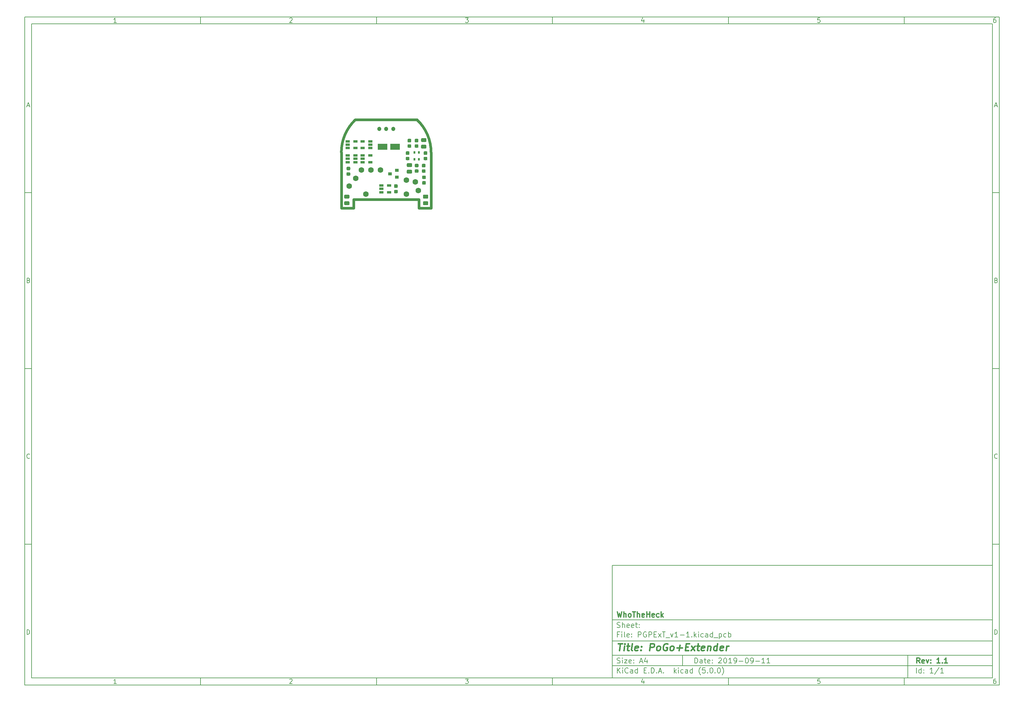
<source format=gbr>
G04 #@! TF.GenerationSoftware,KiCad,Pcbnew,(5.0.0)*
G04 #@! TF.CreationDate,2020-05-01T19:32:20+02:00*
G04 #@! TF.ProjectId,PGPExT_v1-1,5047504578545F76312D312E6B696361,1.1*
G04 #@! TF.SameCoordinates,Original*
G04 #@! TF.FileFunction,Soldermask,Top*
G04 #@! TF.FilePolarity,Negative*
%FSLAX46Y46*%
G04 Gerber Fmt 4.6, Leading zero omitted, Abs format (unit mm)*
G04 Created by KiCad (PCBNEW (5.0.0)) date 05/01/20 19:32:20*
%MOMM*%
%LPD*%
G01*
G04 APERTURE LIST*
%ADD10C,0.100000*%
%ADD11C,0.150000*%
%ADD12C,0.300000*%
%ADD13C,0.400000*%
%ADD14C,0.800000*%
%ADD15R,0.500000X0.750000*%
%ADD16C,1.200000*%
%ADD17C,1.075000*%
%ADD18C,0.975000*%
%ADD19C,1.600000*%
%ADD20R,2.700000X1.700000*%
%ADD21R,1.000000X0.900000*%
%ADD22R,1.160000X0.750000*%
G04 APERTURE END LIST*
D10*
D11*
X177002200Y-166007200D02*
X177002200Y-198007200D01*
X285002200Y-198007200D01*
X285002200Y-166007200D01*
X177002200Y-166007200D01*
D10*
D11*
X10000000Y-10000000D02*
X10000000Y-200007200D01*
X287002200Y-200007200D01*
X287002200Y-10000000D01*
X10000000Y-10000000D01*
D10*
D11*
X12000000Y-12000000D02*
X12000000Y-198007200D01*
X285002200Y-198007200D01*
X285002200Y-12000000D01*
X12000000Y-12000000D01*
D10*
D11*
X60000000Y-12000000D02*
X60000000Y-10000000D01*
D10*
D11*
X110000000Y-12000000D02*
X110000000Y-10000000D01*
D10*
D11*
X160000000Y-12000000D02*
X160000000Y-10000000D01*
D10*
D11*
X210000000Y-12000000D02*
X210000000Y-10000000D01*
D10*
D11*
X260000000Y-12000000D02*
X260000000Y-10000000D01*
D10*
D11*
X36065476Y-11588095D02*
X35322619Y-11588095D01*
X35694047Y-11588095D02*
X35694047Y-10288095D01*
X35570238Y-10473809D01*
X35446428Y-10597619D01*
X35322619Y-10659523D01*
D10*
D11*
X85322619Y-10411904D02*
X85384523Y-10350000D01*
X85508333Y-10288095D01*
X85817857Y-10288095D01*
X85941666Y-10350000D01*
X86003571Y-10411904D01*
X86065476Y-10535714D01*
X86065476Y-10659523D01*
X86003571Y-10845238D01*
X85260714Y-11588095D01*
X86065476Y-11588095D01*
D10*
D11*
X135260714Y-10288095D02*
X136065476Y-10288095D01*
X135632142Y-10783333D01*
X135817857Y-10783333D01*
X135941666Y-10845238D01*
X136003571Y-10907142D01*
X136065476Y-11030952D01*
X136065476Y-11340476D01*
X136003571Y-11464285D01*
X135941666Y-11526190D01*
X135817857Y-11588095D01*
X135446428Y-11588095D01*
X135322619Y-11526190D01*
X135260714Y-11464285D01*
D10*
D11*
X185941666Y-10721428D02*
X185941666Y-11588095D01*
X185632142Y-10226190D02*
X185322619Y-11154761D01*
X186127380Y-11154761D01*
D10*
D11*
X236003571Y-10288095D02*
X235384523Y-10288095D01*
X235322619Y-10907142D01*
X235384523Y-10845238D01*
X235508333Y-10783333D01*
X235817857Y-10783333D01*
X235941666Y-10845238D01*
X236003571Y-10907142D01*
X236065476Y-11030952D01*
X236065476Y-11340476D01*
X236003571Y-11464285D01*
X235941666Y-11526190D01*
X235817857Y-11588095D01*
X235508333Y-11588095D01*
X235384523Y-11526190D01*
X235322619Y-11464285D01*
D10*
D11*
X285941666Y-10288095D02*
X285694047Y-10288095D01*
X285570238Y-10350000D01*
X285508333Y-10411904D01*
X285384523Y-10597619D01*
X285322619Y-10845238D01*
X285322619Y-11340476D01*
X285384523Y-11464285D01*
X285446428Y-11526190D01*
X285570238Y-11588095D01*
X285817857Y-11588095D01*
X285941666Y-11526190D01*
X286003571Y-11464285D01*
X286065476Y-11340476D01*
X286065476Y-11030952D01*
X286003571Y-10907142D01*
X285941666Y-10845238D01*
X285817857Y-10783333D01*
X285570238Y-10783333D01*
X285446428Y-10845238D01*
X285384523Y-10907142D01*
X285322619Y-11030952D01*
D10*
D11*
X60000000Y-198007200D02*
X60000000Y-200007200D01*
D10*
D11*
X110000000Y-198007200D02*
X110000000Y-200007200D01*
D10*
D11*
X160000000Y-198007200D02*
X160000000Y-200007200D01*
D10*
D11*
X210000000Y-198007200D02*
X210000000Y-200007200D01*
D10*
D11*
X260000000Y-198007200D02*
X260000000Y-200007200D01*
D10*
D11*
X36065476Y-199595295D02*
X35322619Y-199595295D01*
X35694047Y-199595295D02*
X35694047Y-198295295D01*
X35570238Y-198481009D01*
X35446428Y-198604819D01*
X35322619Y-198666723D01*
D10*
D11*
X85322619Y-198419104D02*
X85384523Y-198357200D01*
X85508333Y-198295295D01*
X85817857Y-198295295D01*
X85941666Y-198357200D01*
X86003571Y-198419104D01*
X86065476Y-198542914D01*
X86065476Y-198666723D01*
X86003571Y-198852438D01*
X85260714Y-199595295D01*
X86065476Y-199595295D01*
D10*
D11*
X135260714Y-198295295D02*
X136065476Y-198295295D01*
X135632142Y-198790533D01*
X135817857Y-198790533D01*
X135941666Y-198852438D01*
X136003571Y-198914342D01*
X136065476Y-199038152D01*
X136065476Y-199347676D01*
X136003571Y-199471485D01*
X135941666Y-199533390D01*
X135817857Y-199595295D01*
X135446428Y-199595295D01*
X135322619Y-199533390D01*
X135260714Y-199471485D01*
D10*
D11*
X185941666Y-198728628D02*
X185941666Y-199595295D01*
X185632142Y-198233390D02*
X185322619Y-199161961D01*
X186127380Y-199161961D01*
D10*
D11*
X236003571Y-198295295D02*
X235384523Y-198295295D01*
X235322619Y-198914342D01*
X235384523Y-198852438D01*
X235508333Y-198790533D01*
X235817857Y-198790533D01*
X235941666Y-198852438D01*
X236003571Y-198914342D01*
X236065476Y-199038152D01*
X236065476Y-199347676D01*
X236003571Y-199471485D01*
X235941666Y-199533390D01*
X235817857Y-199595295D01*
X235508333Y-199595295D01*
X235384523Y-199533390D01*
X235322619Y-199471485D01*
D10*
D11*
X285941666Y-198295295D02*
X285694047Y-198295295D01*
X285570238Y-198357200D01*
X285508333Y-198419104D01*
X285384523Y-198604819D01*
X285322619Y-198852438D01*
X285322619Y-199347676D01*
X285384523Y-199471485D01*
X285446428Y-199533390D01*
X285570238Y-199595295D01*
X285817857Y-199595295D01*
X285941666Y-199533390D01*
X286003571Y-199471485D01*
X286065476Y-199347676D01*
X286065476Y-199038152D01*
X286003571Y-198914342D01*
X285941666Y-198852438D01*
X285817857Y-198790533D01*
X285570238Y-198790533D01*
X285446428Y-198852438D01*
X285384523Y-198914342D01*
X285322619Y-199038152D01*
D10*
D11*
X10000000Y-60000000D02*
X12000000Y-60000000D01*
D10*
D11*
X10000000Y-110000000D02*
X12000000Y-110000000D01*
D10*
D11*
X10000000Y-160000000D02*
X12000000Y-160000000D01*
D10*
D11*
X10690476Y-35216666D02*
X11309523Y-35216666D01*
X10566666Y-35588095D02*
X11000000Y-34288095D01*
X11433333Y-35588095D01*
D10*
D11*
X11092857Y-84907142D02*
X11278571Y-84969047D01*
X11340476Y-85030952D01*
X11402380Y-85154761D01*
X11402380Y-85340476D01*
X11340476Y-85464285D01*
X11278571Y-85526190D01*
X11154761Y-85588095D01*
X10659523Y-85588095D01*
X10659523Y-84288095D01*
X11092857Y-84288095D01*
X11216666Y-84350000D01*
X11278571Y-84411904D01*
X11340476Y-84535714D01*
X11340476Y-84659523D01*
X11278571Y-84783333D01*
X11216666Y-84845238D01*
X11092857Y-84907142D01*
X10659523Y-84907142D01*
D10*
D11*
X11402380Y-135464285D02*
X11340476Y-135526190D01*
X11154761Y-135588095D01*
X11030952Y-135588095D01*
X10845238Y-135526190D01*
X10721428Y-135402380D01*
X10659523Y-135278571D01*
X10597619Y-135030952D01*
X10597619Y-134845238D01*
X10659523Y-134597619D01*
X10721428Y-134473809D01*
X10845238Y-134350000D01*
X11030952Y-134288095D01*
X11154761Y-134288095D01*
X11340476Y-134350000D01*
X11402380Y-134411904D01*
D10*
D11*
X10659523Y-185588095D02*
X10659523Y-184288095D01*
X10969047Y-184288095D01*
X11154761Y-184350000D01*
X11278571Y-184473809D01*
X11340476Y-184597619D01*
X11402380Y-184845238D01*
X11402380Y-185030952D01*
X11340476Y-185278571D01*
X11278571Y-185402380D01*
X11154761Y-185526190D01*
X10969047Y-185588095D01*
X10659523Y-185588095D01*
D10*
D11*
X287002200Y-60000000D02*
X285002200Y-60000000D01*
D10*
D11*
X287002200Y-110000000D02*
X285002200Y-110000000D01*
D10*
D11*
X287002200Y-160000000D02*
X285002200Y-160000000D01*
D10*
D11*
X285692676Y-35216666D02*
X286311723Y-35216666D01*
X285568866Y-35588095D02*
X286002200Y-34288095D01*
X286435533Y-35588095D01*
D10*
D11*
X286095057Y-84907142D02*
X286280771Y-84969047D01*
X286342676Y-85030952D01*
X286404580Y-85154761D01*
X286404580Y-85340476D01*
X286342676Y-85464285D01*
X286280771Y-85526190D01*
X286156961Y-85588095D01*
X285661723Y-85588095D01*
X285661723Y-84288095D01*
X286095057Y-84288095D01*
X286218866Y-84350000D01*
X286280771Y-84411904D01*
X286342676Y-84535714D01*
X286342676Y-84659523D01*
X286280771Y-84783333D01*
X286218866Y-84845238D01*
X286095057Y-84907142D01*
X285661723Y-84907142D01*
D10*
D11*
X286404580Y-135464285D02*
X286342676Y-135526190D01*
X286156961Y-135588095D01*
X286033152Y-135588095D01*
X285847438Y-135526190D01*
X285723628Y-135402380D01*
X285661723Y-135278571D01*
X285599819Y-135030952D01*
X285599819Y-134845238D01*
X285661723Y-134597619D01*
X285723628Y-134473809D01*
X285847438Y-134350000D01*
X286033152Y-134288095D01*
X286156961Y-134288095D01*
X286342676Y-134350000D01*
X286404580Y-134411904D01*
D10*
D11*
X285661723Y-185588095D02*
X285661723Y-184288095D01*
X285971247Y-184288095D01*
X286156961Y-184350000D01*
X286280771Y-184473809D01*
X286342676Y-184597619D01*
X286404580Y-184845238D01*
X286404580Y-185030952D01*
X286342676Y-185278571D01*
X286280771Y-185402380D01*
X286156961Y-185526190D01*
X285971247Y-185588095D01*
X285661723Y-185588095D01*
D10*
D11*
X200434342Y-193785771D02*
X200434342Y-192285771D01*
X200791485Y-192285771D01*
X201005771Y-192357200D01*
X201148628Y-192500057D01*
X201220057Y-192642914D01*
X201291485Y-192928628D01*
X201291485Y-193142914D01*
X201220057Y-193428628D01*
X201148628Y-193571485D01*
X201005771Y-193714342D01*
X200791485Y-193785771D01*
X200434342Y-193785771D01*
X202577200Y-193785771D02*
X202577200Y-193000057D01*
X202505771Y-192857200D01*
X202362914Y-192785771D01*
X202077200Y-192785771D01*
X201934342Y-192857200D01*
X202577200Y-193714342D02*
X202434342Y-193785771D01*
X202077200Y-193785771D01*
X201934342Y-193714342D01*
X201862914Y-193571485D01*
X201862914Y-193428628D01*
X201934342Y-193285771D01*
X202077200Y-193214342D01*
X202434342Y-193214342D01*
X202577200Y-193142914D01*
X203077200Y-192785771D02*
X203648628Y-192785771D01*
X203291485Y-192285771D02*
X203291485Y-193571485D01*
X203362914Y-193714342D01*
X203505771Y-193785771D01*
X203648628Y-193785771D01*
X204720057Y-193714342D02*
X204577200Y-193785771D01*
X204291485Y-193785771D01*
X204148628Y-193714342D01*
X204077200Y-193571485D01*
X204077200Y-193000057D01*
X204148628Y-192857200D01*
X204291485Y-192785771D01*
X204577200Y-192785771D01*
X204720057Y-192857200D01*
X204791485Y-193000057D01*
X204791485Y-193142914D01*
X204077200Y-193285771D01*
X205434342Y-193642914D02*
X205505771Y-193714342D01*
X205434342Y-193785771D01*
X205362914Y-193714342D01*
X205434342Y-193642914D01*
X205434342Y-193785771D01*
X205434342Y-192857200D02*
X205505771Y-192928628D01*
X205434342Y-193000057D01*
X205362914Y-192928628D01*
X205434342Y-192857200D01*
X205434342Y-193000057D01*
X207220057Y-192428628D02*
X207291485Y-192357200D01*
X207434342Y-192285771D01*
X207791485Y-192285771D01*
X207934342Y-192357200D01*
X208005771Y-192428628D01*
X208077200Y-192571485D01*
X208077200Y-192714342D01*
X208005771Y-192928628D01*
X207148628Y-193785771D01*
X208077200Y-193785771D01*
X209005771Y-192285771D02*
X209148628Y-192285771D01*
X209291485Y-192357200D01*
X209362914Y-192428628D01*
X209434342Y-192571485D01*
X209505771Y-192857200D01*
X209505771Y-193214342D01*
X209434342Y-193500057D01*
X209362914Y-193642914D01*
X209291485Y-193714342D01*
X209148628Y-193785771D01*
X209005771Y-193785771D01*
X208862914Y-193714342D01*
X208791485Y-193642914D01*
X208720057Y-193500057D01*
X208648628Y-193214342D01*
X208648628Y-192857200D01*
X208720057Y-192571485D01*
X208791485Y-192428628D01*
X208862914Y-192357200D01*
X209005771Y-192285771D01*
X210934342Y-193785771D02*
X210077200Y-193785771D01*
X210505771Y-193785771D02*
X210505771Y-192285771D01*
X210362914Y-192500057D01*
X210220057Y-192642914D01*
X210077200Y-192714342D01*
X211648628Y-193785771D02*
X211934342Y-193785771D01*
X212077200Y-193714342D01*
X212148628Y-193642914D01*
X212291485Y-193428628D01*
X212362914Y-193142914D01*
X212362914Y-192571485D01*
X212291485Y-192428628D01*
X212220057Y-192357200D01*
X212077200Y-192285771D01*
X211791485Y-192285771D01*
X211648628Y-192357200D01*
X211577200Y-192428628D01*
X211505771Y-192571485D01*
X211505771Y-192928628D01*
X211577200Y-193071485D01*
X211648628Y-193142914D01*
X211791485Y-193214342D01*
X212077200Y-193214342D01*
X212220057Y-193142914D01*
X212291485Y-193071485D01*
X212362914Y-192928628D01*
X213005771Y-193214342D02*
X214148628Y-193214342D01*
X215148628Y-192285771D02*
X215291485Y-192285771D01*
X215434342Y-192357200D01*
X215505771Y-192428628D01*
X215577200Y-192571485D01*
X215648628Y-192857200D01*
X215648628Y-193214342D01*
X215577200Y-193500057D01*
X215505771Y-193642914D01*
X215434342Y-193714342D01*
X215291485Y-193785771D01*
X215148628Y-193785771D01*
X215005771Y-193714342D01*
X214934342Y-193642914D01*
X214862914Y-193500057D01*
X214791485Y-193214342D01*
X214791485Y-192857200D01*
X214862914Y-192571485D01*
X214934342Y-192428628D01*
X215005771Y-192357200D01*
X215148628Y-192285771D01*
X216362914Y-193785771D02*
X216648628Y-193785771D01*
X216791485Y-193714342D01*
X216862914Y-193642914D01*
X217005771Y-193428628D01*
X217077200Y-193142914D01*
X217077200Y-192571485D01*
X217005771Y-192428628D01*
X216934342Y-192357200D01*
X216791485Y-192285771D01*
X216505771Y-192285771D01*
X216362914Y-192357200D01*
X216291485Y-192428628D01*
X216220057Y-192571485D01*
X216220057Y-192928628D01*
X216291485Y-193071485D01*
X216362914Y-193142914D01*
X216505771Y-193214342D01*
X216791485Y-193214342D01*
X216934342Y-193142914D01*
X217005771Y-193071485D01*
X217077200Y-192928628D01*
X217720057Y-193214342D02*
X218862914Y-193214342D01*
X220362914Y-193785771D02*
X219505771Y-193785771D01*
X219934342Y-193785771D02*
X219934342Y-192285771D01*
X219791485Y-192500057D01*
X219648628Y-192642914D01*
X219505771Y-192714342D01*
X221791485Y-193785771D02*
X220934342Y-193785771D01*
X221362914Y-193785771D02*
X221362914Y-192285771D01*
X221220057Y-192500057D01*
X221077200Y-192642914D01*
X220934342Y-192714342D01*
D10*
D11*
X177002200Y-194507200D02*
X285002200Y-194507200D01*
D10*
D11*
X178434342Y-196585771D02*
X178434342Y-195085771D01*
X179291485Y-196585771D02*
X178648628Y-195728628D01*
X179291485Y-195085771D02*
X178434342Y-195942914D01*
X179934342Y-196585771D02*
X179934342Y-195585771D01*
X179934342Y-195085771D02*
X179862914Y-195157200D01*
X179934342Y-195228628D01*
X180005771Y-195157200D01*
X179934342Y-195085771D01*
X179934342Y-195228628D01*
X181505771Y-196442914D02*
X181434342Y-196514342D01*
X181220057Y-196585771D01*
X181077200Y-196585771D01*
X180862914Y-196514342D01*
X180720057Y-196371485D01*
X180648628Y-196228628D01*
X180577200Y-195942914D01*
X180577200Y-195728628D01*
X180648628Y-195442914D01*
X180720057Y-195300057D01*
X180862914Y-195157200D01*
X181077200Y-195085771D01*
X181220057Y-195085771D01*
X181434342Y-195157200D01*
X181505771Y-195228628D01*
X182791485Y-196585771D02*
X182791485Y-195800057D01*
X182720057Y-195657200D01*
X182577200Y-195585771D01*
X182291485Y-195585771D01*
X182148628Y-195657200D01*
X182791485Y-196514342D02*
X182648628Y-196585771D01*
X182291485Y-196585771D01*
X182148628Y-196514342D01*
X182077200Y-196371485D01*
X182077200Y-196228628D01*
X182148628Y-196085771D01*
X182291485Y-196014342D01*
X182648628Y-196014342D01*
X182791485Y-195942914D01*
X184148628Y-196585771D02*
X184148628Y-195085771D01*
X184148628Y-196514342D02*
X184005771Y-196585771D01*
X183720057Y-196585771D01*
X183577200Y-196514342D01*
X183505771Y-196442914D01*
X183434342Y-196300057D01*
X183434342Y-195871485D01*
X183505771Y-195728628D01*
X183577200Y-195657200D01*
X183720057Y-195585771D01*
X184005771Y-195585771D01*
X184148628Y-195657200D01*
X186005771Y-195800057D02*
X186505771Y-195800057D01*
X186720057Y-196585771D02*
X186005771Y-196585771D01*
X186005771Y-195085771D01*
X186720057Y-195085771D01*
X187362914Y-196442914D02*
X187434342Y-196514342D01*
X187362914Y-196585771D01*
X187291485Y-196514342D01*
X187362914Y-196442914D01*
X187362914Y-196585771D01*
X188077200Y-196585771D02*
X188077200Y-195085771D01*
X188434342Y-195085771D01*
X188648628Y-195157200D01*
X188791485Y-195300057D01*
X188862914Y-195442914D01*
X188934342Y-195728628D01*
X188934342Y-195942914D01*
X188862914Y-196228628D01*
X188791485Y-196371485D01*
X188648628Y-196514342D01*
X188434342Y-196585771D01*
X188077200Y-196585771D01*
X189577200Y-196442914D02*
X189648628Y-196514342D01*
X189577200Y-196585771D01*
X189505771Y-196514342D01*
X189577200Y-196442914D01*
X189577200Y-196585771D01*
X190220057Y-196157200D02*
X190934342Y-196157200D01*
X190077200Y-196585771D02*
X190577200Y-195085771D01*
X191077200Y-196585771D01*
X191577200Y-196442914D02*
X191648628Y-196514342D01*
X191577200Y-196585771D01*
X191505771Y-196514342D01*
X191577200Y-196442914D01*
X191577200Y-196585771D01*
X194577200Y-196585771D02*
X194577200Y-195085771D01*
X194720057Y-196014342D02*
X195148628Y-196585771D01*
X195148628Y-195585771D02*
X194577200Y-196157200D01*
X195791485Y-196585771D02*
X195791485Y-195585771D01*
X195791485Y-195085771D02*
X195720057Y-195157200D01*
X195791485Y-195228628D01*
X195862914Y-195157200D01*
X195791485Y-195085771D01*
X195791485Y-195228628D01*
X197148628Y-196514342D02*
X197005771Y-196585771D01*
X196720057Y-196585771D01*
X196577200Y-196514342D01*
X196505771Y-196442914D01*
X196434342Y-196300057D01*
X196434342Y-195871485D01*
X196505771Y-195728628D01*
X196577200Y-195657200D01*
X196720057Y-195585771D01*
X197005771Y-195585771D01*
X197148628Y-195657200D01*
X198434342Y-196585771D02*
X198434342Y-195800057D01*
X198362914Y-195657200D01*
X198220057Y-195585771D01*
X197934342Y-195585771D01*
X197791485Y-195657200D01*
X198434342Y-196514342D02*
X198291485Y-196585771D01*
X197934342Y-196585771D01*
X197791485Y-196514342D01*
X197720057Y-196371485D01*
X197720057Y-196228628D01*
X197791485Y-196085771D01*
X197934342Y-196014342D01*
X198291485Y-196014342D01*
X198434342Y-195942914D01*
X199791485Y-196585771D02*
X199791485Y-195085771D01*
X199791485Y-196514342D02*
X199648628Y-196585771D01*
X199362914Y-196585771D01*
X199220057Y-196514342D01*
X199148628Y-196442914D01*
X199077200Y-196300057D01*
X199077200Y-195871485D01*
X199148628Y-195728628D01*
X199220057Y-195657200D01*
X199362914Y-195585771D01*
X199648628Y-195585771D01*
X199791485Y-195657200D01*
X202077200Y-197157200D02*
X202005771Y-197085771D01*
X201862914Y-196871485D01*
X201791485Y-196728628D01*
X201720057Y-196514342D01*
X201648628Y-196157200D01*
X201648628Y-195871485D01*
X201720057Y-195514342D01*
X201791485Y-195300057D01*
X201862914Y-195157200D01*
X202005771Y-194942914D01*
X202077200Y-194871485D01*
X203362914Y-195085771D02*
X202648628Y-195085771D01*
X202577200Y-195800057D01*
X202648628Y-195728628D01*
X202791485Y-195657200D01*
X203148628Y-195657200D01*
X203291485Y-195728628D01*
X203362914Y-195800057D01*
X203434342Y-195942914D01*
X203434342Y-196300057D01*
X203362914Y-196442914D01*
X203291485Y-196514342D01*
X203148628Y-196585771D01*
X202791485Y-196585771D01*
X202648628Y-196514342D01*
X202577200Y-196442914D01*
X204077200Y-196442914D02*
X204148628Y-196514342D01*
X204077200Y-196585771D01*
X204005771Y-196514342D01*
X204077200Y-196442914D01*
X204077200Y-196585771D01*
X205077200Y-195085771D02*
X205220057Y-195085771D01*
X205362914Y-195157200D01*
X205434342Y-195228628D01*
X205505771Y-195371485D01*
X205577200Y-195657200D01*
X205577200Y-196014342D01*
X205505771Y-196300057D01*
X205434342Y-196442914D01*
X205362914Y-196514342D01*
X205220057Y-196585771D01*
X205077200Y-196585771D01*
X204934342Y-196514342D01*
X204862914Y-196442914D01*
X204791485Y-196300057D01*
X204720057Y-196014342D01*
X204720057Y-195657200D01*
X204791485Y-195371485D01*
X204862914Y-195228628D01*
X204934342Y-195157200D01*
X205077200Y-195085771D01*
X206220057Y-196442914D02*
X206291485Y-196514342D01*
X206220057Y-196585771D01*
X206148628Y-196514342D01*
X206220057Y-196442914D01*
X206220057Y-196585771D01*
X207220057Y-195085771D02*
X207362914Y-195085771D01*
X207505771Y-195157200D01*
X207577200Y-195228628D01*
X207648628Y-195371485D01*
X207720057Y-195657200D01*
X207720057Y-196014342D01*
X207648628Y-196300057D01*
X207577200Y-196442914D01*
X207505771Y-196514342D01*
X207362914Y-196585771D01*
X207220057Y-196585771D01*
X207077200Y-196514342D01*
X207005771Y-196442914D01*
X206934342Y-196300057D01*
X206862914Y-196014342D01*
X206862914Y-195657200D01*
X206934342Y-195371485D01*
X207005771Y-195228628D01*
X207077200Y-195157200D01*
X207220057Y-195085771D01*
X208220057Y-197157200D02*
X208291485Y-197085771D01*
X208434342Y-196871485D01*
X208505771Y-196728628D01*
X208577200Y-196514342D01*
X208648628Y-196157200D01*
X208648628Y-195871485D01*
X208577200Y-195514342D01*
X208505771Y-195300057D01*
X208434342Y-195157200D01*
X208291485Y-194942914D01*
X208220057Y-194871485D01*
D10*
D11*
X177002200Y-191507200D02*
X285002200Y-191507200D01*
D10*
D12*
X264411485Y-193785771D02*
X263911485Y-193071485D01*
X263554342Y-193785771D02*
X263554342Y-192285771D01*
X264125771Y-192285771D01*
X264268628Y-192357200D01*
X264340057Y-192428628D01*
X264411485Y-192571485D01*
X264411485Y-192785771D01*
X264340057Y-192928628D01*
X264268628Y-193000057D01*
X264125771Y-193071485D01*
X263554342Y-193071485D01*
X265625771Y-193714342D02*
X265482914Y-193785771D01*
X265197200Y-193785771D01*
X265054342Y-193714342D01*
X264982914Y-193571485D01*
X264982914Y-193000057D01*
X265054342Y-192857200D01*
X265197200Y-192785771D01*
X265482914Y-192785771D01*
X265625771Y-192857200D01*
X265697200Y-193000057D01*
X265697200Y-193142914D01*
X264982914Y-193285771D01*
X266197200Y-192785771D02*
X266554342Y-193785771D01*
X266911485Y-192785771D01*
X267482914Y-193642914D02*
X267554342Y-193714342D01*
X267482914Y-193785771D01*
X267411485Y-193714342D01*
X267482914Y-193642914D01*
X267482914Y-193785771D01*
X267482914Y-192857200D02*
X267554342Y-192928628D01*
X267482914Y-193000057D01*
X267411485Y-192928628D01*
X267482914Y-192857200D01*
X267482914Y-193000057D01*
X270125771Y-193785771D02*
X269268628Y-193785771D01*
X269697200Y-193785771D02*
X269697200Y-192285771D01*
X269554342Y-192500057D01*
X269411485Y-192642914D01*
X269268628Y-192714342D01*
X270768628Y-193642914D02*
X270840057Y-193714342D01*
X270768628Y-193785771D01*
X270697200Y-193714342D01*
X270768628Y-193642914D01*
X270768628Y-193785771D01*
X272268628Y-193785771D02*
X271411485Y-193785771D01*
X271840057Y-193785771D02*
X271840057Y-192285771D01*
X271697200Y-192500057D01*
X271554342Y-192642914D01*
X271411485Y-192714342D01*
D10*
D11*
X178362914Y-193714342D02*
X178577200Y-193785771D01*
X178934342Y-193785771D01*
X179077200Y-193714342D01*
X179148628Y-193642914D01*
X179220057Y-193500057D01*
X179220057Y-193357200D01*
X179148628Y-193214342D01*
X179077200Y-193142914D01*
X178934342Y-193071485D01*
X178648628Y-193000057D01*
X178505771Y-192928628D01*
X178434342Y-192857200D01*
X178362914Y-192714342D01*
X178362914Y-192571485D01*
X178434342Y-192428628D01*
X178505771Y-192357200D01*
X178648628Y-192285771D01*
X179005771Y-192285771D01*
X179220057Y-192357200D01*
X179862914Y-193785771D02*
X179862914Y-192785771D01*
X179862914Y-192285771D02*
X179791485Y-192357200D01*
X179862914Y-192428628D01*
X179934342Y-192357200D01*
X179862914Y-192285771D01*
X179862914Y-192428628D01*
X180434342Y-192785771D02*
X181220057Y-192785771D01*
X180434342Y-193785771D01*
X181220057Y-193785771D01*
X182362914Y-193714342D02*
X182220057Y-193785771D01*
X181934342Y-193785771D01*
X181791485Y-193714342D01*
X181720057Y-193571485D01*
X181720057Y-193000057D01*
X181791485Y-192857200D01*
X181934342Y-192785771D01*
X182220057Y-192785771D01*
X182362914Y-192857200D01*
X182434342Y-193000057D01*
X182434342Y-193142914D01*
X181720057Y-193285771D01*
X183077200Y-193642914D02*
X183148628Y-193714342D01*
X183077200Y-193785771D01*
X183005771Y-193714342D01*
X183077200Y-193642914D01*
X183077200Y-193785771D01*
X183077200Y-192857200D02*
X183148628Y-192928628D01*
X183077200Y-193000057D01*
X183005771Y-192928628D01*
X183077200Y-192857200D01*
X183077200Y-193000057D01*
X184862914Y-193357200D02*
X185577200Y-193357200D01*
X184720057Y-193785771D02*
X185220057Y-192285771D01*
X185720057Y-193785771D01*
X186862914Y-192785771D02*
X186862914Y-193785771D01*
X186505771Y-192214342D02*
X186148628Y-193285771D01*
X187077200Y-193285771D01*
D10*
D11*
X263434342Y-196585771D02*
X263434342Y-195085771D01*
X264791485Y-196585771D02*
X264791485Y-195085771D01*
X264791485Y-196514342D02*
X264648628Y-196585771D01*
X264362914Y-196585771D01*
X264220057Y-196514342D01*
X264148628Y-196442914D01*
X264077200Y-196300057D01*
X264077200Y-195871485D01*
X264148628Y-195728628D01*
X264220057Y-195657200D01*
X264362914Y-195585771D01*
X264648628Y-195585771D01*
X264791485Y-195657200D01*
X265505771Y-196442914D02*
X265577200Y-196514342D01*
X265505771Y-196585771D01*
X265434342Y-196514342D01*
X265505771Y-196442914D01*
X265505771Y-196585771D01*
X265505771Y-195657200D02*
X265577200Y-195728628D01*
X265505771Y-195800057D01*
X265434342Y-195728628D01*
X265505771Y-195657200D01*
X265505771Y-195800057D01*
X268148628Y-196585771D02*
X267291485Y-196585771D01*
X267720057Y-196585771D02*
X267720057Y-195085771D01*
X267577200Y-195300057D01*
X267434342Y-195442914D01*
X267291485Y-195514342D01*
X269862914Y-195014342D02*
X268577200Y-196942914D01*
X271148628Y-196585771D02*
X270291485Y-196585771D01*
X270720057Y-196585771D02*
X270720057Y-195085771D01*
X270577200Y-195300057D01*
X270434342Y-195442914D01*
X270291485Y-195514342D01*
D10*
D11*
X177002200Y-187507200D02*
X285002200Y-187507200D01*
D10*
D13*
X178714580Y-188211961D02*
X179857438Y-188211961D01*
X179036009Y-190211961D02*
X179286009Y-188211961D01*
X180274104Y-190211961D02*
X180440771Y-188878628D01*
X180524104Y-188211961D02*
X180416961Y-188307200D01*
X180500295Y-188402438D01*
X180607438Y-188307200D01*
X180524104Y-188211961D01*
X180500295Y-188402438D01*
X181107438Y-188878628D02*
X181869342Y-188878628D01*
X181476485Y-188211961D02*
X181262200Y-189926247D01*
X181333628Y-190116723D01*
X181512200Y-190211961D01*
X181702676Y-190211961D01*
X182655057Y-190211961D02*
X182476485Y-190116723D01*
X182405057Y-189926247D01*
X182619342Y-188211961D01*
X184190771Y-190116723D02*
X183988390Y-190211961D01*
X183607438Y-190211961D01*
X183428866Y-190116723D01*
X183357438Y-189926247D01*
X183452676Y-189164342D01*
X183571723Y-188973866D01*
X183774104Y-188878628D01*
X184155057Y-188878628D01*
X184333628Y-188973866D01*
X184405057Y-189164342D01*
X184381247Y-189354819D01*
X183405057Y-189545295D01*
X185155057Y-190021485D02*
X185238390Y-190116723D01*
X185131247Y-190211961D01*
X185047914Y-190116723D01*
X185155057Y-190021485D01*
X185131247Y-190211961D01*
X185286009Y-188973866D02*
X185369342Y-189069104D01*
X185262200Y-189164342D01*
X185178866Y-189069104D01*
X185286009Y-188973866D01*
X185262200Y-189164342D01*
X187607438Y-190211961D02*
X187857438Y-188211961D01*
X188619342Y-188211961D01*
X188797914Y-188307200D01*
X188881247Y-188402438D01*
X188952676Y-188592914D01*
X188916961Y-188878628D01*
X188797914Y-189069104D01*
X188690771Y-189164342D01*
X188488390Y-189259580D01*
X187726485Y-189259580D01*
X189893152Y-190211961D02*
X189714580Y-190116723D01*
X189631247Y-190021485D01*
X189559819Y-189831009D01*
X189631247Y-189259580D01*
X189750295Y-189069104D01*
X189857438Y-188973866D01*
X190059819Y-188878628D01*
X190345533Y-188878628D01*
X190524104Y-188973866D01*
X190607438Y-189069104D01*
X190678866Y-189259580D01*
X190607438Y-189831009D01*
X190488390Y-190021485D01*
X190381247Y-190116723D01*
X190178866Y-190211961D01*
X189893152Y-190211961D01*
X192702676Y-188307200D02*
X192524104Y-188211961D01*
X192238390Y-188211961D01*
X191940771Y-188307200D01*
X191726485Y-188497676D01*
X191607438Y-188688152D01*
X191464580Y-189069104D01*
X191428866Y-189354819D01*
X191476485Y-189735771D01*
X191547914Y-189926247D01*
X191714580Y-190116723D01*
X191988390Y-190211961D01*
X192178866Y-190211961D01*
X192476485Y-190116723D01*
X192583628Y-190021485D01*
X192666961Y-189354819D01*
X192286009Y-189354819D01*
X193702676Y-190211961D02*
X193524104Y-190116723D01*
X193440771Y-190021485D01*
X193369342Y-189831009D01*
X193440771Y-189259580D01*
X193559819Y-189069104D01*
X193666961Y-188973866D01*
X193869342Y-188878628D01*
X194155057Y-188878628D01*
X194333628Y-188973866D01*
X194416961Y-189069104D01*
X194488390Y-189259580D01*
X194416961Y-189831009D01*
X194297914Y-190021485D01*
X194190771Y-190116723D01*
X193988390Y-190211961D01*
X193702676Y-190211961D01*
X195321723Y-189450057D02*
X196845533Y-189450057D01*
X195988390Y-190211961D02*
X196178866Y-188688152D01*
X197833628Y-189164342D02*
X198500295Y-189164342D01*
X198655057Y-190211961D02*
X197702676Y-190211961D01*
X197952676Y-188211961D01*
X198905057Y-188211961D01*
X199321723Y-190211961D02*
X200536009Y-188878628D01*
X199488390Y-188878628D02*
X200369342Y-190211961D01*
X201012200Y-188878628D02*
X201774104Y-188878628D01*
X201381247Y-188211961D02*
X201166961Y-189926247D01*
X201238390Y-190116723D01*
X201416961Y-190211961D01*
X201607438Y-190211961D01*
X203047914Y-190116723D02*
X202845533Y-190211961D01*
X202464580Y-190211961D01*
X202286009Y-190116723D01*
X202214580Y-189926247D01*
X202309819Y-189164342D01*
X202428866Y-188973866D01*
X202631247Y-188878628D01*
X203012200Y-188878628D01*
X203190771Y-188973866D01*
X203262200Y-189164342D01*
X203238390Y-189354819D01*
X202262200Y-189545295D01*
X204155057Y-188878628D02*
X203988390Y-190211961D01*
X204131247Y-189069104D02*
X204238390Y-188973866D01*
X204440771Y-188878628D01*
X204726485Y-188878628D01*
X204905057Y-188973866D01*
X204976485Y-189164342D01*
X204845533Y-190211961D01*
X206655057Y-190211961D02*
X206905057Y-188211961D01*
X206666961Y-190116723D02*
X206464580Y-190211961D01*
X206083628Y-190211961D01*
X205905057Y-190116723D01*
X205821723Y-190021485D01*
X205750295Y-189831009D01*
X205821723Y-189259580D01*
X205940771Y-189069104D01*
X206047914Y-188973866D01*
X206250295Y-188878628D01*
X206631247Y-188878628D01*
X206809819Y-188973866D01*
X208381247Y-190116723D02*
X208178866Y-190211961D01*
X207797914Y-190211961D01*
X207619342Y-190116723D01*
X207547914Y-189926247D01*
X207643152Y-189164342D01*
X207762200Y-188973866D01*
X207964580Y-188878628D01*
X208345533Y-188878628D01*
X208524104Y-188973866D01*
X208595533Y-189164342D01*
X208571723Y-189354819D01*
X207595533Y-189545295D01*
X209321723Y-190211961D02*
X209488390Y-188878628D01*
X209440771Y-189259580D02*
X209559819Y-189069104D01*
X209666961Y-188973866D01*
X209869342Y-188878628D01*
X210059819Y-188878628D01*
D10*
D11*
X178934342Y-185600057D02*
X178434342Y-185600057D01*
X178434342Y-186385771D02*
X178434342Y-184885771D01*
X179148628Y-184885771D01*
X179720057Y-186385771D02*
X179720057Y-185385771D01*
X179720057Y-184885771D02*
X179648628Y-184957200D01*
X179720057Y-185028628D01*
X179791485Y-184957200D01*
X179720057Y-184885771D01*
X179720057Y-185028628D01*
X180648628Y-186385771D02*
X180505771Y-186314342D01*
X180434342Y-186171485D01*
X180434342Y-184885771D01*
X181791485Y-186314342D02*
X181648628Y-186385771D01*
X181362914Y-186385771D01*
X181220057Y-186314342D01*
X181148628Y-186171485D01*
X181148628Y-185600057D01*
X181220057Y-185457200D01*
X181362914Y-185385771D01*
X181648628Y-185385771D01*
X181791485Y-185457200D01*
X181862914Y-185600057D01*
X181862914Y-185742914D01*
X181148628Y-185885771D01*
X182505771Y-186242914D02*
X182577200Y-186314342D01*
X182505771Y-186385771D01*
X182434342Y-186314342D01*
X182505771Y-186242914D01*
X182505771Y-186385771D01*
X182505771Y-185457200D02*
X182577200Y-185528628D01*
X182505771Y-185600057D01*
X182434342Y-185528628D01*
X182505771Y-185457200D01*
X182505771Y-185600057D01*
X184362914Y-186385771D02*
X184362914Y-184885771D01*
X184934342Y-184885771D01*
X185077200Y-184957200D01*
X185148628Y-185028628D01*
X185220057Y-185171485D01*
X185220057Y-185385771D01*
X185148628Y-185528628D01*
X185077200Y-185600057D01*
X184934342Y-185671485D01*
X184362914Y-185671485D01*
X186648628Y-184957200D02*
X186505771Y-184885771D01*
X186291485Y-184885771D01*
X186077200Y-184957200D01*
X185934342Y-185100057D01*
X185862914Y-185242914D01*
X185791485Y-185528628D01*
X185791485Y-185742914D01*
X185862914Y-186028628D01*
X185934342Y-186171485D01*
X186077200Y-186314342D01*
X186291485Y-186385771D01*
X186434342Y-186385771D01*
X186648628Y-186314342D01*
X186720057Y-186242914D01*
X186720057Y-185742914D01*
X186434342Y-185742914D01*
X187362914Y-186385771D02*
X187362914Y-184885771D01*
X187934342Y-184885771D01*
X188077200Y-184957200D01*
X188148628Y-185028628D01*
X188220057Y-185171485D01*
X188220057Y-185385771D01*
X188148628Y-185528628D01*
X188077200Y-185600057D01*
X187934342Y-185671485D01*
X187362914Y-185671485D01*
X188862914Y-185600057D02*
X189362914Y-185600057D01*
X189577200Y-186385771D02*
X188862914Y-186385771D01*
X188862914Y-184885771D01*
X189577200Y-184885771D01*
X190077200Y-186385771D02*
X190862914Y-185385771D01*
X190077200Y-185385771D02*
X190862914Y-186385771D01*
X191220057Y-184885771D02*
X192077200Y-184885771D01*
X191648628Y-186385771D02*
X191648628Y-184885771D01*
X192220057Y-186528628D02*
X193362914Y-186528628D01*
X193577200Y-185385771D02*
X193934342Y-186385771D01*
X194291485Y-185385771D01*
X195648628Y-186385771D02*
X194791485Y-186385771D01*
X195220057Y-186385771D02*
X195220057Y-184885771D01*
X195077200Y-185100057D01*
X194934342Y-185242914D01*
X194791485Y-185314342D01*
X196291485Y-185814342D02*
X197434342Y-185814342D01*
X198934342Y-186385771D02*
X198077200Y-186385771D01*
X198505771Y-186385771D02*
X198505771Y-184885771D01*
X198362914Y-185100057D01*
X198220057Y-185242914D01*
X198077200Y-185314342D01*
X199577200Y-186242914D02*
X199648628Y-186314342D01*
X199577200Y-186385771D01*
X199505771Y-186314342D01*
X199577200Y-186242914D01*
X199577200Y-186385771D01*
X200291485Y-186385771D02*
X200291485Y-184885771D01*
X200434342Y-185814342D02*
X200862914Y-186385771D01*
X200862914Y-185385771D02*
X200291485Y-185957200D01*
X201505771Y-186385771D02*
X201505771Y-185385771D01*
X201505771Y-184885771D02*
X201434342Y-184957200D01*
X201505771Y-185028628D01*
X201577200Y-184957200D01*
X201505771Y-184885771D01*
X201505771Y-185028628D01*
X202862914Y-186314342D02*
X202720057Y-186385771D01*
X202434342Y-186385771D01*
X202291485Y-186314342D01*
X202220057Y-186242914D01*
X202148628Y-186100057D01*
X202148628Y-185671485D01*
X202220057Y-185528628D01*
X202291485Y-185457200D01*
X202434342Y-185385771D01*
X202720057Y-185385771D01*
X202862914Y-185457200D01*
X204148628Y-186385771D02*
X204148628Y-185600057D01*
X204077200Y-185457200D01*
X203934342Y-185385771D01*
X203648628Y-185385771D01*
X203505771Y-185457200D01*
X204148628Y-186314342D02*
X204005771Y-186385771D01*
X203648628Y-186385771D01*
X203505771Y-186314342D01*
X203434342Y-186171485D01*
X203434342Y-186028628D01*
X203505771Y-185885771D01*
X203648628Y-185814342D01*
X204005771Y-185814342D01*
X204148628Y-185742914D01*
X205505771Y-186385771D02*
X205505771Y-184885771D01*
X205505771Y-186314342D02*
X205362914Y-186385771D01*
X205077200Y-186385771D01*
X204934342Y-186314342D01*
X204862914Y-186242914D01*
X204791485Y-186100057D01*
X204791485Y-185671485D01*
X204862914Y-185528628D01*
X204934342Y-185457200D01*
X205077200Y-185385771D01*
X205362914Y-185385771D01*
X205505771Y-185457200D01*
X205862914Y-186528628D02*
X207005771Y-186528628D01*
X207362914Y-185385771D02*
X207362914Y-186885771D01*
X207362914Y-185457200D02*
X207505771Y-185385771D01*
X207791485Y-185385771D01*
X207934342Y-185457200D01*
X208005771Y-185528628D01*
X208077200Y-185671485D01*
X208077200Y-186100057D01*
X208005771Y-186242914D01*
X207934342Y-186314342D01*
X207791485Y-186385771D01*
X207505771Y-186385771D01*
X207362914Y-186314342D01*
X209362914Y-186314342D02*
X209220057Y-186385771D01*
X208934342Y-186385771D01*
X208791485Y-186314342D01*
X208720057Y-186242914D01*
X208648628Y-186100057D01*
X208648628Y-185671485D01*
X208720057Y-185528628D01*
X208791485Y-185457200D01*
X208934342Y-185385771D01*
X209220057Y-185385771D01*
X209362914Y-185457200D01*
X210005771Y-186385771D02*
X210005771Y-184885771D01*
X210005771Y-185457200D02*
X210148628Y-185385771D01*
X210434342Y-185385771D01*
X210577200Y-185457200D01*
X210648628Y-185528628D01*
X210720057Y-185671485D01*
X210720057Y-186100057D01*
X210648628Y-186242914D01*
X210577200Y-186314342D01*
X210434342Y-186385771D01*
X210148628Y-186385771D01*
X210005771Y-186314342D01*
D10*
D11*
X177002200Y-181507200D02*
X285002200Y-181507200D01*
D10*
D11*
X178362914Y-183614342D02*
X178577200Y-183685771D01*
X178934342Y-183685771D01*
X179077200Y-183614342D01*
X179148628Y-183542914D01*
X179220057Y-183400057D01*
X179220057Y-183257200D01*
X179148628Y-183114342D01*
X179077200Y-183042914D01*
X178934342Y-182971485D01*
X178648628Y-182900057D01*
X178505771Y-182828628D01*
X178434342Y-182757200D01*
X178362914Y-182614342D01*
X178362914Y-182471485D01*
X178434342Y-182328628D01*
X178505771Y-182257200D01*
X178648628Y-182185771D01*
X179005771Y-182185771D01*
X179220057Y-182257200D01*
X179862914Y-183685771D02*
X179862914Y-182185771D01*
X180505771Y-183685771D02*
X180505771Y-182900057D01*
X180434342Y-182757200D01*
X180291485Y-182685771D01*
X180077200Y-182685771D01*
X179934342Y-182757200D01*
X179862914Y-182828628D01*
X181791485Y-183614342D02*
X181648628Y-183685771D01*
X181362914Y-183685771D01*
X181220057Y-183614342D01*
X181148628Y-183471485D01*
X181148628Y-182900057D01*
X181220057Y-182757200D01*
X181362914Y-182685771D01*
X181648628Y-182685771D01*
X181791485Y-182757200D01*
X181862914Y-182900057D01*
X181862914Y-183042914D01*
X181148628Y-183185771D01*
X183077200Y-183614342D02*
X182934342Y-183685771D01*
X182648628Y-183685771D01*
X182505771Y-183614342D01*
X182434342Y-183471485D01*
X182434342Y-182900057D01*
X182505771Y-182757200D01*
X182648628Y-182685771D01*
X182934342Y-182685771D01*
X183077200Y-182757200D01*
X183148628Y-182900057D01*
X183148628Y-183042914D01*
X182434342Y-183185771D01*
X183577200Y-182685771D02*
X184148628Y-182685771D01*
X183791485Y-182185771D02*
X183791485Y-183471485D01*
X183862914Y-183614342D01*
X184005771Y-183685771D01*
X184148628Y-183685771D01*
X184648628Y-183542914D02*
X184720057Y-183614342D01*
X184648628Y-183685771D01*
X184577200Y-183614342D01*
X184648628Y-183542914D01*
X184648628Y-183685771D01*
X184648628Y-182757200D02*
X184720057Y-182828628D01*
X184648628Y-182900057D01*
X184577200Y-182828628D01*
X184648628Y-182757200D01*
X184648628Y-182900057D01*
D10*
D12*
X178411485Y-179185771D02*
X178768628Y-180685771D01*
X179054342Y-179614342D01*
X179340057Y-180685771D01*
X179697200Y-179185771D01*
X180268628Y-180685771D02*
X180268628Y-179185771D01*
X180911485Y-180685771D02*
X180911485Y-179900057D01*
X180840057Y-179757200D01*
X180697200Y-179685771D01*
X180482914Y-179685771D01*
X180340057Y-179757200D01*
X180268628Y-179828628D01*
X181840057Y-180685771D02*
X181697200Y-180614342D01*
X181625771Y-180542914D01*
X181554342Y-180400057D01*
X181554342Y-179971485D01*
X181625771Y-179828628D01*
X181697200Y-179757200D01*
X181840057Y-179685771D01*
X182054342Y-179685771D01*
X182197200Y-179757200D01*
X182268628Y-179828628D01*
X182340057Y-179971485D01*
X182340057Y-180400057D01*
X182268628Y-180542914D01*
X182197200Y-180614342D01*
X182054342Y-180685771D01*
X181840057Y-180685771D01*
X182768628Y-179185771D02*
X183625771Y-179185771D01*
X183197200Y-180685771D02*
X183197200Y-179185771D01*
X184125771Y-180685771D02*
X184125771Y-179185771D01*
X184768628Y-180685771D02*
X184768628Y-179900057D01*
X184697200Y-179757200D01*
X184554342Y-179685771D01*
X184340057Y-179685771D01*
X184197200Y-179757200D01*
X184125771Y-179828628D01*
X186054342Y-180614342D02*
X185911485Y-180685771D01*
X185625771Y-180685771D01*
X185482914Y-180614342D01*
X185411485Y-180471485D01*
X185411485Y-179900057D01*
X185482914Y-179757200D01*
X185625771Y-179685771D01*
X185911485Y-179685771D01*
X186054342Y-179757200D01*
X186125771Y-179900057D01*
X186125771Y-180042914D01*
X185411485Y-180185771D01*
X186768628Y-180685771D02*
X186768628Y-179185771D01*
X186768628Y-179900057D02*
X187625771Y-179900057D01*
X187625771Y-180685771D02*
X187625771Y-179185771D01*
X188911485Y-180614342D02*
X188768628Y-180685771D01*
X188482914Y-180685771D01*
X188340057Y-180614342D01*
X188268628Y-180471485D01*
X188268628Y-179900057D01*
X188340057Y-179757200D01*
X188482914Y-179685771D01*
X188768628Y-179685771D01*
X188911485Y-179757200D01*
X188982914Y-179900057D01*
X188982914Y-180042914D01*
X188268628Y-180185771D01*
X190268628Y-180614342D02*
X190125771Y-180685771D01*
X189840057Y-180685771D01*
X189697200Y-180614342D01*
X189625771Y-180542914D01*
X189554342Y-180400057D01*
X189554342Y-179971485D01*
X189625771Y-179828628D01*
X189697200Y-179757200D01*
X189840057Y-179685771D01*
X190125771Y-179685771D01*
X190268628Y-179757200D01*
X190911485Y-180685771D02*
X190911485Y-179185771D01*
X191054342Y-180114342D02*
X191482914Y-180685771D01*
X191482914Y-179685771D02*
X190911485Y-180257200D01*
D10*
D11*
X197002200Y-191507200D02*
X197002200Y-194507200D01*
D10*
D11*
X261002200Y-191507200D02*
X261002200Y-198007200D01*
D14*
X122000000Y-64400000D02*
X122000000Y-61900000D01*
X103500000Y-64400000D02*
X103500000Y-61900000D01*
X122000000Y-64400000D02*
X125500000Y-64400000D01*
X103500000Y-61900000D02*
X122000000Y-61900000D01*
X103989634Y-39250000D02*
X121500000Y-39250000D01*
X125500269Y-48509479D02*
G75*
G03X121500000Y-39250000I-12750269J-14521D01*
G01*
X103989634Y-39250000D02*
G75*
G03X100000000Y-48513827I8760366J-9263827D01*
G01*
X125500000Y-64400000D02*
X125500000Y-48513827D01*
X100000000Y-64400000D02*
X100000000Y-48513827D01*
X100000000Y-64400000D02*
X103500000Y-64400000D01*
D15*
G04 #@! TO.C,D2*
X120730000Y-50457827D03*
X122030000Y-50457827D03*
X122030000Y-48557827D03*
X120730000Y-48557827D03*
G04 #@! TD*
D16*
G04 #@! TO.C,SW1*
X114750000Y-41850000D03*
X112750000Y-41850000D03*
X110750000Y-41850000D03*
G04 #@! TD*
D10*
G04 #@! TO.C,D3*
G36*
X124457592Y-62451294D02*
X124483681Y-62455164D01*
X124509264Y-62461572D01*
X124534096Y-62470457D01*
X124557938Y-62481734D01*
X124580560Y-62495293D01*
X124601743Y-62511003D01*
X124621285Y-62528715D01*
X124638997Y-62548257D01*
X124654707Y-62569440D01*
X124668266Y-62592062D01*
X124679543Y-62615904D01*
X124688428Y-62640736D01*
X124694836Y-62666319D01*
X124698706Y-62692408D01*
X124700000Y-62718750D01*
X124700000Y-63256250D01*
X124698706Y-63282592D01*
X124694836Y-63308681D01*
X124688428Y-63334264D01*
X124679543Y-63359096D01*
X124668266Y-63382938D01*
X124654707Y-63405560D01*
X124638997Y-63426743D01*
X124621285Y-63446285D01*
X124601743Y-63463997D01*
X124580560Y-63479707D01*
X124557938Y-63493266D01*
X124534096Y-63504543D01*
X124509264Y-63513428D01*
X124483681Y-63519836D01*
X124457592Y-63523706D01*
X124431250Y-63525000D01*
X123468750Y-63525000D01*
X123442408Y-63523706D01*
X123416319Y-63519836D01*
X123390736Y-63513428D01*
X123365904Y-63504543D01*
X123342062Y-63493266D01*
X123319440Y-63479707D01*
X123298257Y-63463997D01*
X123278715Y-63446285D01*
X123261003Y-63426743D01*
X123245293Y-63405560D01*
X123231734Y-63382938D01*
X123220457Y-63359096D01*
X123211572Y-63334264D01*
X123205164Y-63308681D01*
X123201294Y-63282592D01*
X123200000Y-63256250D01*
X123200000Y-62718750D01*
X123201294Y-62692408D01*
X123205164Y-62666319D01*
X123211572Y-62640736D01*
X123220457Y-62615904D01*
X123231734Y-62592062D01*
X123245293Y-62569440D01*
X123261003Y-62548257D01*
X123278715Y-62528715D01*
X123298257Y-62511003D01*
X123319440Y-62495293D01*
X123342062Y-62481734D01*
X123365904Y-62470457D01*
X123390736Y-62461572D01*
X123416319Y-62455164D01*
X123442408Y-62451294D01*
X123468750Y-62450000D01*
X124431250Y-62450000D01*
X124457592Y-62451294D01*
X124457592Y-62451294D01*
G37*
D17*
X123950000Y-62987500D03*
D10*
G36*
X124457592Y-60576294D02*
X124483681Y-60580164D01*
X124509264Y-60586572D01*
X124534096Y-60595457D01*
X124557938Y-60606734D01*
X124580560Y-60620293D01*
X124601743Y-60636003D01*
X124621285Y-60653715D01*
X124638997Y-60673257D01*
X124654707Y-60694440D01*
X124668266Y-60717062D01*
X124679543Y-60740904D01*
X124688428Y-60765736D01*
X124694836Y-60791319D01*
X124698706Y-60817408D01*
X124700000Y-60843750D01*
X124700000Y-61381250D01*
X124698706Y-61407592D01*
X124694836Y-61433681D01*
X124688428Y-61459264D01*
X124679543Y-61484096D01*
X124668266Y-61507938D01*
X124654707Y-61530560D01*
X124638997Y-61551743D01*
X124621285Y-61571285D01*
X124601743Y-61588997D01*
X124580560Y-61604707D01*
X124557938Y-61618266D01*
X124534096Y-61629543D01*
X124509264Y-61638428D01*
X124483681Y-61644836D01*
X124457592Y-61648706D01*
X124431250Y-61650000D01*
X123468750Y-61650000D01*
X123442408Y-61648706D01*
X123416319Y-61644836D01*
X123390736Y-61638428D01*
X123365904Y-61629543D01*
X123342062Y-61618266D01*
X123319440Y-61604707D01*
X123298257Y-61588997D01*
X123278715Y-61571285D01*
X123261003Y-61551743D01*
X123245293Y-61530560D01*
X123231734Y-61507938D01*
X123220457Y-61484096D01*
X123211572Y-61459264D01*
X123205164Y-61433681D01*
X123201294Y-61407592D01*
X123200000Y-61381250D01*
X123200000Y-60843750D01*
X123201294Y-60817408D01*
X123205164Y-60791319D01*
X123211572Y-60765736D01*
X123220457Y-60740904D01*
X123231734Y-60717062D01*
X123245293Y-60694440D01*
X123261003Y-60673257D01*
X123278715Y-60653715D01*
X123298257Y-60636003D01*
X123319440Y-60620293D01*
X123342062Y-60606734D01*
X123365904Y-60595457D01*
X123390736Y-60586572D01*
X123416319Y-60580164D01*
X123442408Y-60576294D01*
X123468750Y-60575000D01*
X124431250Y-60575000D01*
X124457592Y-60576294D01*
X124457592Y-60576294D01*
G37*
D17*
X123950000Y-61112500D03*
G04 #@! TD*
D10*
G04 #@! TO.C,R10*
G36*
X123805142Y-55126174D02*
X123828803Y-55129684D01*
X123852007Y-55135496D01*
X123874529Y-55143554D01*
X123896153Y-55153782D01*
X123916670Y-55166079D01*
X123935883Y-55180329D01*
X123953607Y-55196393D01*
X123969671Y-55214117D01*
X123983921Y-55233330D01*
X123996218Y-55253847D01*
X124006446Y-55275471D01*
X124014504Y-55297993D01*
X124020316Y-55321197D01*
X124023826Y-55344858D01*
X124025000Y-55368750D01*
X124025000Y-55856250D01*
X124023826Y-55880142D01*
X124020316Y-55903803D01*
X124014504Y-55927007D01*
X124006446Y-55949529D01*
X123996218Y-55971153D01*
X123983921Y-55991670D01*
X123969671Y-56010883D01*
X123953607Y-56028607D01*
X123935883Y-56044671D01*
X123916670Y-56058921D01*
X123896153Y-56071218D01*
X123874529Y-56081446D01*
X123852007Y-56089504D01*
X123828803Y-56095316D01*
X123805142Y-56098826D01*
X123781250Y-56100000D01*
X123218750Y-56100000D01*
X123194858Y-56098826D01*
X123171197Y-56095316D01*
X123147993Y-56089504D01*
X123125471Y-56081446D01*
X123103847Y-56071218D01*
X123083330Y-56058921D01*
X123064117Y-56044671D01*
X123046393Y-56028607D01*
X123030329Y-56010883D01*
X123016079Y-55991670D01*
X123003782Y-55971153D01*
X122993554Y-55949529D01*
X122985496Y-55927007D01*
X122979684Y-55903803D01*
X122976174Y-55880142D01*
X122975000Y-55856250D01*
X122975000Y-55368750D01*
X122976174Y-55344858D01*
X122979684Y-55321197D01*
X122985496Y-55297993D01*
X122993554Y-55275471D01*
X123003782Y-55253847D01*
X123016079Y-55233330D01*
X123030329Y-55214117D01*
X123046393Y-55196393D01*
X123064117Y-55180329D01*
X123083330Y-55166079D01*
X123103847Y-55153782D01*
X123125471Y-55143554D01*
X123147993Y-55135496D01*
X123171197Y-55129684D01*
X123194858Y-55126174D01*
X123218750Y-55125000D01*
X123781250Y-55125000D01*
X123805142Y-55126174D01*
X123805142Y-55126174D01*
G37*
D18*
X123500000Y-55612500D03*
D10*
G36*
X123805142Y-56701174D02*
X123828803Y-56704684D01*
X123852007Y-56710496D01*
X123874529Y-56718554D01*
X123896153Y-56728782D01*
X123916670Y-56741079D01*
X123935883Y-56755329D01*
X123953607Y-56771393D01*
X123969671Y-56789117D01*
X123983921Y-56808330D01*
X123996218Y-56828847D01*
X124006446Y-56850471D01*
X124014504Y-56872993D01*
X124020316Y-56896197D01*
X124023826Y-56919858D01*
X124025000Y-56943750D01*
X124025000Y-57431250D01*
X124023826Y-57455142D01*
X124020316Y-57478803D01*
X124014504Y-57502007D01*
X124006446Y-57524529D01*
X123996218Y-57546153D01*
X123983921Y-57566670D01*
X123969671Y-57585883D01*
X123953607Y-57603607D01*
X123935883Y-57619671D01*
X123916670Y-57633921D01*
X123896153Y-57646218D01*
X123874529Y-57656446D01*
X123852007Y-57664504D01*
X123828803Y-57670316D01*
X123805142Y-57673826D01*
X123781250Y-57675000D01*
X123218750Y-57675000D01*
X123194858Y-57673826D01*
X123171197Y-57670316D01*
X123147993Y-57664504D01*
X123125471Y-57656446D01*
X123103847Y-57646218D01*
X123083330Y-57633921D01*
X123064117Y-57619671D01*
X123046393Y-57603607D01*
X123030329Y-57585883D01*
X123016079Y-57566670D01*
X123003782Y-57546153D01*
X122993554Y-57524529D01*
X122985496Y-57502007D01*
X122979684Y-57478803D01*
X122976174Y-57455142D01*
X122975000Y-57431250D01*
X122975000Y-56943750D01*
X122976174Y-56919858D01*
X122979684Y-56896197D01*
X122985496Y-56872993D01*
X122993554Y-56850471D01*
X123003782Y-56828847D01*
X123016079Y-56808330D01*
X123030329Y-56789117D01*
X123046393Y-56771393D01*
X123064117Y-56755329D01*
X123083330Y-56741079D01*
X123103847Y-56728782D01*
X123125471Y-56718554D01*
X123147993Y-56710496D01*
X123171197Y-56704684D01*
X123194858Y-56701174D01*
X123218750Y-56700000D01*
X123781250Y-56700000D01*
X123805142Y-56701174D01*
X123805142Y-56701174D01*
G37*
D18*
X123500000Y-57187500D03*
G04 #@! TD*
D19*
G04 #@! TO.C,W1*
X107000000Y-60400000D03*
G04 #@! TD*
G04 #@! TO.C,W2*
X118500000Y-60400000D03*
G04 #@! TD*
G04 #@! TO.C,W5*
X102200000Y-58100000D03*
G04 #@! TD*
G04 #@! TO.C,W6*
X104100000Y-55900000D03*
G04 #@! TD*
G04 #@! TO.C,W7*
X105700000Y-53500000D03*
G04 #@! TD*
G04 #@! TO.C,W8*
X111100000Y-53500000D03*
G04 #@! TD*
G04 #@! TO.C,W9*
X108400000Y-53500000D03*
G04 #@! TD*
G04 #@! TO.C,W10*
X121000000Y-56900000D03*
G04 #@! TD*
G04 #@! TO.C,W16*
X118500000Y-56400000D03*
G04 #@! TD*
G04 #@! TO.C,W18*
X121900000Y-59400000D03*
G04 #@! TD*
D10*
G04 #@! TO.C,D5*
G36*
X102057592Y-62451294D02*
X102083681Y-62455164D01*
X102109264Y-62461572D01*
X102134096Y-62470457D01*
X102157938Y-62481734D01*
X102180560Y-62495293D01*
X102201743Y-62511003D01*
X102221285Y-62528715D01*
X102238997Y-62548257D01*
X102254707Y-62569440D01*
X102268266Y-62592062D01*
X102279543Y-62615904D01*
X102288428Y-62640736D01*
X102294836Y-62666319D01*
X102298706Y-62692408D01*
X102300000Y-62718750D01*
X102300000Y-63256250D01*
X102298706Y-63282592D01*
X102294836Y-63308681D01*
X102288428Y-63334264D01*
X102279543Y-63359096D01*
X102268266Y-63382938D01*
X102254707Y-63405560D01*
X102238997Y-63426743D01*
X102221285Y-63446285D01*
X102201743Y-63463997D01*
X102180560Y-63479707D01*
X102157938Y-63493266D01*
X102134096Y-63504543D01*
X102109264Y-63513428D01*
X102083681Y-63519836D01*
X102057592Y-63523706D01*
X102031250Y-63525000D01*
X101068750Y-63525000D01*
X101042408Y-63523706D01*
X101016319Y-63519836D01*
X100990736Y-63513428D01*
X100965904Y-63504543D01*
X100942062Y-63493266D01*
X100919440Y-63479707D01*
X100898257Y-63463997D01*
X100878715Y-63446285D01*
X100861003Y-63426743D01*
X100845293Y-63405560D01*
X100831734Y-63382938D01*
X100820457Y-63359096D01*
X100811572Y-63334264D01*
X100805164Y-63308681D01*
X100801294Y-63282592D01*
X100800000Y-63256250D01*
X100800000Y-62718750D01*
X100801294Y-62692408D01*
X100805164Y-62666319D01*
X100811572Y-62640736D01*
X100820457Y-62615904D01*
X100831734Y-62592062D01*
X100845293Y-62569440D01*
X100861003Y-62548257D01*
X100878715Y-62528715D01*
X100898257Y-62511003D01*
X100919440Y-62495293D01*
X100942062Y-62481734D01*
X100965904Y-62470457D01*
X100990736Y-62461572D01*
X101016319Y-62455164D01*
X101042408Y-62451294D01*
X101068750Y-62450000D01*
X102031250Y-62450000D01*
X102057592Y-62451294D01*
X102057592Y-62451294D01*
G37*
D17*
X101550000Y-62987500D03*
D10*
G36*
X102057592Y-60576294D02*
X102083681Y-60580164D01*
X102109264Y-60586572D01*
X102134096Y-60595457D01*
X102157938Y-60606734D01*
X102180560Y-60620293D01*
X102201743Y-60636003D01*
X102221285Y-60653715D01*
X102238997Y-60673257D01*
X102254707Y-60694440D01*
X102268266Y-60717062D01*
X102279543Y-60740904D01*
X102288428Y-60765736D01*
X102294836Y-60791319D01*
X102298706Y-60817408D01*
X102300000Y-60843750D01*
X102300000Y-61381250D01*
X102298706Y-61407592D01*
X102294836Y-61433681D01*
X102288428Y-61459264D01*
X102279543Y-61484096D01*
X102268266Y-61507938D01*
X102254707Y-61530560D01*
X102238997Y-61551743D01*
X102221285Y-61571285D01*
X102201743Y-61588997D01*
X102180560Y-61604707D01*
X102157938Y-61618266D01*
X102134096Y-61629543D01*
X102109264Y-61638428D01*
X102083681Y-61644836D01*
X102057592Y-61648706D01*
X102031250Y-61650000D01*
X101068750Y-61650000D01*
X101042408Y-61648706D01*
X101016319Y-61644836D01*
X100990736Y-61638428D01*
X100965904Y-61629543D01*
X100942062Y-61618266D01*
X100919440Y-61604707D01*
X100898257Y-61588997D01*
X100878715Y-61571285D01*
X100861003Y-61551743D01*
X100845293Y-61530560D01*
X100831734Y-61507938D01*
X100820457Y-61484096D01*
X100811572Y-61459264D01*
X100805164Y-61433681D01*
X100801294Y-61407592D01*
X100800000Y-61381250D01*
X100800000Y-60843750D01*
X100801294Y-60817408D01*
X100805164Y-60791319D01*
X100811572Y-60765736D01*
X100820457Y-60740904D01*
X100831734Y-60717062D01*
X100845293Y-60694440D01*
X100861003Y-60673257D01*
X100878715Y-60653715D01*
X100898257Y-60636003D01*
X100919440Y-60620293D01*
X100942062Y-60606734D01*
X100965904Y-60595457D01*
X100990736Y-60586572D01*
X101016319Y-60580164D01*
X101042408Y-60576294D01*
X101068750Y-60575000D01*
X102031250Y-60575000D01*
X102057592Y-60576294D01*
X102057592Y-60576294D01*
G37*
D17*
X101550000Y-61112500D03*
G04 #@! TD*
D10*
G04 #@! TO.C,R14*
G36*
X102305142Y-54201174D02*
X102328803Y-54204684D01*
X102352007Y-54210496D01*
X102374529Y-54218554D01*
X102396153Y-54228782D01*
X102416670Y-54241079D01*
X102435883Y-54255329D01*
X102453607Y-54271393D01*
X102469671Y-54289117D01*
X102483921Y-54308330D01*
X102496218Y-54328847D01*
X102506446Y-54350471D01*
X102514504Y-54372993D01*
X102520316Y-54396197D01*
X102523826Y-54419858D01*
X102525000Y-54443750D01*
X102525000Y-54931250D01*
X102523826Y-54955142D01*
X102520316Y-54978803D01*
X102514504Y-55002007D01*
X102506446Y-55024529D01*
X102496218Y-55046153D01*
X102483921Y-55066670D01*
X102469671Y-55085883D01*
X102453607Y-55103607D01*
X102435883Y-55119671D01*
X102416670Y-55133921D01*
X102396153Y-55146218D01*
X102374529Y-55156446D01*
X102352007Y-55164504D01*
X102328803Y-55170316D01*
X102305142Y-55173826D01*
X102281250Y-55175000D01*
X101718750Y-55175000D01*
X101694858Y-55173826D01*
X101671197Y-55170316D01*
X101647993Y-55164504D01*
X101625471Y-55156446D01*
X101603847Y-55146218D01*
X101583330Y-55133921D01*
X101564117Y-55119671D01*
X101546393Y-55103607D01*
X101530329Y-55085883D01*
X101516079Y-55066670D01*
X101503782Y-55046153D01*
X101493554Y-55024529D01*
X101485496Y-55002007D01*
X101479684Y-54978803D01*
X101476174Y-54955142D01*
X101475000Y-54931250D01*
X101475000Y-54443750D01*
X101476174Y-54419858D01*
X101479684Y-54396197D01*
X101485496Y-54372993D01*
X101493554Y-54350471D01*
X101503782Y-54328847D01*
X101516079Y-54308330D01*
X101530329Y-54289117D01*
X101546393Y-54271393D01*
X101564117Y-54255329D01*
X101583330Y-54241079D01*
X101603847Y-54228782D01*
X101625471Y-54218554D01*
X101647993Y-54210496D01*
X101671197Y-54204684D01*
X101694858Y-54201174D01*
X101718750Y-54200000D01*
X102281250Y-54200000D01*
X102305142Y-54201174D01*
X102305142Y-54201174D01*
G37*
D18*
X102000000Y-54687500D03*
D10*
G36*
X102305142Y-52626174D02*
X102328803Y-52629684D01*
X102352007Y-52635496D01*
X102374529Y-52643554D01*
X102396153Y-52653782D01*
X102416670Y-52666079D01*
X102435883Y-52680329D01*
X102453607Y-52696393D01*
X102469671Y-52714117D01*
X102483921Y-52733330D01*
X102496218Y-52753847D01*
X102506446Y-52775471D01*
X102514504Y-52797993D01*
X102520316Y-52821197D01*
X102523826Y-52844858D01*
X102525000Y-52868750D01*
X102525000Y-53356250D01*
X102523826Y-53380142D01*
X102520316Y-53403803D01*
X102514504Y-53427007D01*
X102506446Y-53449529D01*
X102496218Y-53471153D01*
X102483921Y-53491670D01*
X102469671Y-53510883D01*
X102453607Y-53528607D01*
X102435883Y-53544671D01*
X102416670Y-53558921D01*
X102396153Y-53571218D01*
X102374529Y-53581446D01*
X102352007Y-53589504D01*
X102328803Y-53595316D01*
X102305142Y-53598826D01*
X102281250Y-53600000D01*
X101718750Y-53600000D01*
X101694858Y-53598826D01*
X101671197Y-53595316D01*
X101647993Y-53589504D01*
X101625471Y-53581446D01*
X101603847Y-53571218D01*
X101583330Y-53558921D01*
X101564117Y-53544671D01*
X101546393Y-53528607D01*
X101530329Y-53510883D01*
X101516079Y-53491670D01*
X101503782Y-53471153D01*
X101493554Y-53449529D01*
X101485496Y-53427007D01*
X101479684Y-53403803D01*
X101476174Y-53380142D01*
X101475000Y-53356250D01*
X101475000Y-52868750D01*
X101476174Y-52844858D01*
X101479684Y-52821197D01*
X101485496Y-52797993D01*
X101493554Y-52775471D01*
X101503782Y-52753847D01*
X101516079Y-52733330D01*
X101530329Y-52714117D01*
X101546393Y-52696393D01*
X101564117Y-52680329D01*
X101583330Y-52666079D01*
X101603847Y-52653782D01*
X101625471Y-52643554D01*
X101647993Y-52635496D01*
X101671197Y-52629684D01*
X101694858Y-52626174D01*
X101718750Y-52625000D01*
X102281250Y-52625000D01*
X102305142Y-52626174D01*
X102305142Y-52626174D01*
G37*
D18*
X102000000Y-53112500D03*
G04 #@! TD*
D20*
G04 #@! TO.C,C3*
X111700000Y-46900000D03*
X115300000Y-46900000D03*
G04 #@! TD*
D10*
G04 #@! TO.C,C4*
G36*
X119855592Y-51590121D02*
X119881681Y-51593991D01*
X119907264Y-51600399D01*
X119932096Y-51609284D01*
X119955938Y-51620561D01*
X119978560Y-51634120D01*
X119999743Y-51649830D01*
X120019285Y-51667542D01*
X120036997Y-51687084D01*
X120052707Y-51708267D01*
X120066266Y-51730889D01*
X120077543Y-51754731D01*
X120086428Y-51779563D01*
X120092836Y-51805146D01*
X120096706Y-51831235D01*
X120098000Y-51857577D01*
X120098000Y-52395077D01*
X120096706Y-52421419D01*
X120092836Y-52447508D01*
X120086428Y-52473091D01*
X120077543Y-52497923D01*
X120066266Y-52521765D01*
X120052707Y-52544387D01*
X120036997Y-52565570D01*
X120019285Y-52585112D01*
X119999743Y-52602824D01*
X119978560Y-52618534D01*
X119955938Y-52632093D01*
X119932096Y-52643370D01*
X119907264Y-52652255D01*
X119881681Y-52658663D01*
X119855592Y-52662533D01*
X119829250Y-52663827D01*
X118866750Y-52663827D01*
X118840408Y-52662533D01*
X118814319Y-52658663D01*
X118788736Y-52652255D01*
X118763904Y-52643370D01*
X118740062Y-52632093D01*
X118717440Y-52618534D01*
X118696257Y-52602824D01*
X118676715Y-52585112D01*
X118659003Y-52565570D01*
X118643293Y-52544387D01*
X118629734Y-52521765D01*
X118618457Y-52497923D01*
X118609572Y-52473091D01*
X118603164Y-52447508D01*
X118599294Y-52421419D01*
X118598000Y-52395077D01*
X118598000Y-51857577D01*
X118599294Y-51831235D01*
X118603164Y-51805146D01*
X118609572Y-51779563D01*
X118618457Y-51754731D01*
X118629734Y-51730889D01*
X118643293Y-51708267D01*
X118659003Y-51687084D01*
X118676715Y-51667542D01*
X118696257Y-51649830D01*
X118717440Y-51634120D01*
X118740062Y-51620561D01*
X118763904Y-51609284D01*
X118788736Y-51600399D01*
X118814319Y-51593991D01*
X118840408Y-51590121D01*
X118866750Y-51588827D01*
X119829250Y-51588827D01*
X119855592Y-51590121D01*
X119855592Y-51590121D01*
G37*
D17*
X119348000Y-52126327D03*
D10*
G36*
X119855592Y-53465121D02*
X119881681Y-53468991D01*
X119907264Y-53475399D01*
X119932096Y-53484284D01*
X119955938Y-53495561D01*
X119978560Y-53509120D01*
X119999743Y-53524830D01*
X120019285Y-53542542D01*
X120036997Y-53562084D01*
X120052707Y-53583267D01*
X120066266Y-53605889D01*
X120077543Y-53629731D01*
X120086428Y-53654563D01*
X120092836Y-53680146D01*
X120096706Y-53706235D01*
X120098000Y-53732577D01*
X120098000Y-54270077D01*
X120096706Y-54296419D01*
X120092836Y-54322508D01*
X120086428Y-54348091D01*
X120077543Y-54372923D01*
X120066266Y-54396765D01*
X120052707Y-54419387D01*
X120036997Y-54440570D01*
X120019285Y-54460112D01*
X119999743Y-54477824D01*
X119978560Y-54493534D01*
X119955938Y-54507093D01*
X119932096Y-54518370D01*
X119907264Y-54527255D01*
X119881681Y-54533663D01*
X119855592Y-54537533D01*
X119829250Y-54538827D01*
X118866750Y-54538827D01*
X118840408Y-54537533D01*
X118814319Y-54533663D01*
X118788736Y-54527255D01*
X118763904Y-54518370D01*
X118740062Y-54507093D01*
X118717440Y-54493534D01*
X118696257Y-54477824D01*
X118676715Y-54460112D01*
X118659003Y-54440570D01*
X118643293Y-54419387D01*
X118629734Y-54396765D01*
X118618457Y-54372923D01*
X118609572Y-54348091D01*
X118603164Y-54322508D01*
X118599294Y-54296419D01*
X118598000Y-54270077D01*
X118598000Y-53732577D01*
X118599294Y-53706235D01*
X118603164Y-53680146D01*
X118609572Y-53654563D01*
X118618457Y-53629731D01*
X118629734Y-53605889D01*
X118643293Y-53583267D01*
X118659003Y-53562084D01*
X118676715Y-53542542D01*
X118696257Y-53524830D01*
X118717440Y-53509120D01*
X118740062Y-53495561D01*
X118763904Y-53484284D01*
X118788736Y-53475399D01*
X118814319Y-53468991D01*
X118840408Y-53465121D01*
X118866750Y-53463827D01*
X119829250Y-53463827D01*
X119855592Y-53465121D01*
X119855592Y-53465121D01*
G37*
D17*
X119348000Y-54001327D03*
G04 #@! TD*
D10*
G04 #@! TO.C,C6*
G36*
X123919592Y-44478121D02*
X123945681Y-44481991D01*
X123971264Y-44488399D01*
X123996096Y-44497284D01*
X124019938Y-44508561D01*
X124042560Y-44522120D01*
X124063743Y-44537830D01*
X124083285Y-44555542D01*
X124100997Y-44575084D01*
X124116707Y-44596267D01*
X124130266Y-44618889D01*
X124141543Y-44642731D01*
X124150428Y-44667563D01*
X124156836Y-44693146D01*
X124160706Y-44719235D01*
X124162000Y-44745577D01*
X124162000Y-45283077D01*
X124160706Y-45309419D01*
X124156836Y-45335508D01*
X124150428Y-45361091D01*
X124141543Y-45385923D01*
X124130266Y-45409765D01*
X124116707Y-45432387D01*
X124100997Y-45453570D01*
X124083285Y-45473112D01*
X124063743Y-45490824D01*
X124042560Y-45506534D01*
X124019938Y-45520093D01*
X123996096Y-45531370D01*
X123971264Y-45540255D01*
X123945681Y-45546663D01*
X123919592Y-45550533D01*
X123893250Y-45551827D01*
X122930750Y-45551827D01*
X122904408Y-45550533D01*
X122878319Y-45546663D01*
X122852736Y-45540255D01*
X122827904Y-45531370D01*
X122804062Y-45520093D01*
X122781440Y-45506534D01*
X122760257Y-45490824D01*
X122740715Y-45473112D01*
X122723003Y-45453570D01*
X122707293Y-45432387D01*
X122693734Y-45409765D01*
X122682457Y-45385923D01*
X122673572Y-45361091D01*
X122667164Y-45335508D01*
X122663294Y-45309419D01*
X122662000Y-45283077D01*
X122662000Y-44745577D01*
X122663294Y-44719235D01*
X122667164Y-44693146D01*
X122673572Y-44667563D01*
X122682457Y-44642731D01*
X122693734Y-44618889D01*
X122707293Y-44596267D01*
X122723003Y-44575084D01*
X122740715Y-44555542D01*
X122760257Y-44537830D01*
X122781440Y-44522120D01*
X122804062Y-44508561D01*
X122827904Y-44497284D01*
X122852736Y-44488399D01*
X122878319Y-44481991D01*
X122904408Y-44478121D01*
X122930750Y-44476827D01*
X123893250Y-44476827D01*
X123919592Y-44478121D01*
X123919592Y-44478121D01*
G37*
D17*
X123412000Y-45014327D03*
D10*
G36*
X123919592Y-46353121D02*
X123945681Y-46356991D01*
X123971264Y-46363399D01*
X123996096Y-46372284D01*
X124019938Y-46383561D01*
X124042560Y-46397120D01*
X124063743Y-46412830D01*
X124083285Y-46430542D01*
X124100997Y-46450084D01*
X124116707Y-46471267D01*
X124130266Y-46493889D01*
X124141543Y-46517731D01*
X124150428Y-46542563D01*
X124156836Y-46568146D01*
X124160706Y-46594235D01*
X124162000Y-46620577D01*
X124162000Y-47158077D01*
X124160706Y-47184419D01*
X124156836Y-47210508D01*
X124150428Y-47236091D01*
X124141543Y-47260923D01*
X124130266Y-47284765D01*
X124116707Y-47307387D01*
X124100997Y-47328570D01*
X124083285Y-47348112D01*
X124063743Y-47365824D01*
X124042560Y-47381534D01*
X124019938Y-47395093D01*
X123996096Y-47406370D01*
X123971264Y-47415255D01*
X123945681Y-47421663D01*
X123919592Y-47425533D01*
X123893250Y-47426827D01*
X122930750Y-47426827D01*
X122904408Y-47425533D01*
X122878319Y-47421663D01*
X122852736Y-47415255D01*
X122827904Y-47406370D01*
X122804062Y-47395093D01*
X122781440Y-47381534D01*
X122760257Y-47365824D01*
X122740715Y-47348112D01*
X122723003Y-47328570D01*
X122707293Y-47307387D01*
X122693734Y-47284765D01*
X122682457Y-47260923D01*
X122673572Y-47236091D01*
X122667164Y-47210508D01*
X122663294Y-47184419D01*
X122662000Y-47158077D01*
X122662000Y-46620577D01*
X122663294Y-46594235D01*
X122667164Y-46568146D01*
X122673572Y-46542563D01*
X122682457Y-46517731D01*
X122693734Y-46493889D01*
X122707293Y-46471267D01*
X122723003Y-46450084D01*
X122740715Y-46430542D01*
X122760257Y-46412830D01*
X122781440Y-46397120D01*
X122804062Y-46383561D01*
X122827904Y-46372284D01*
X122852736Y-46363399D01*
X122878319Y-46356991D01*
X122904408Y-46353121D01*
X122930750Y-46351827D01*
X123893250Y-46351827D01*
X123919592Y-46353121D01*
X123919592Y-46353121D01*
G37*
D17*
X123412000Y-46889327D03*
G04 #@! TD*
D21*
G04 #@! TO.C,D1*
X115800000Y-55550000D03*
X115800000Y-53650000D03*
X113800000Y-54600000D03*
G04 #@! TD*
D10*
G04 #@! TO.C,R1*
G36*
X115805142Y-57626174D02*
X115828803Y-57629684D01*
X115852007Y-57635496D01*
X115874529Y-57643554D01*
X115896153Y-57653782D01*
X115916670Y-57666079D01*
X115935883Y-57680329D01*
X115953607Y-57696393D01*
X115969671Y-57714117D01*
X115983921Y-57733330D01*
X115996218Y-57753847D01*
X116006446Y-57775471D01*
X116014504Y-57797993D01*
X116020316Y-57821197D01*
X116023826Y-57844858D01*
X116025000Y-57868750D01*
X116025000Y-58356250D01*
X116023826Y-58380142D01*
X116020316Y-58403803D01*
X116014504Y-58427007D01*
X116006446Y-58449529D01*
X115996218Y-58471153D01*
X115983921Y-58491670D01*
X115969671Y-58510883D01*
X115953607Y-58528607D01*
X115935883Y-58544671D01*
X115916670Y-58558921D01*
X115896153Y-58571218D01*
X115874529Y-58581446D01*
X115852007Y-58589504D01*
X115828803Y-58595316D01*
X115805142Y-58598826D01*
X115781250Y-58600000D01*
X115218750Y-58600000D01*
X115194858Y-58598826D01*
X115171197Y-58595316D01*
X115147993Y-58589504D01*
X115125471Y-58581446D01*
X115103847Y-58571218D01*
X115083330Y-58558921D01*
X115064117Y-58544671D01*
X115046393Y-58528607D01*
X115030329Y-58510883D01*
X115016079Y-58491670D01*
X115003782Y-58471153D01*
X114993554Y-58449529D01*
X114985496Y-58427007D01*
X114979684Y-58403803D01*
X114976174Y-58380142D01*
X114975000Y-58356250D01*
X114975000Y-57868750D01*
X114976174Y-57844858D01*
X114979684Y-57821197D01*
X114985496Y-57797993D01*
X114993554Y-57775471D01*
X115003782Y-57753847D01*
X115016079Y-57733330D01*
X115030329Y-57714117D01*
X115046393Y-57696393D01*
X115064117Y-57680329D01*
X115083330Y-57666079D01*
X115103847Y-57653782D01*
X115125471Y-57643554D01*
X115147993Y-57635496D01*
X115171197Y-57629684D01*
X115194858Y-57626174D01*
X115218750Y-57625000D01*
X115781250Y-57625000D01*
X115805142Y-57626174D01*
X115805142Y-57626174D01*
G37*
D18*
X115500000Y-58112500D03*
D10*
G36*
X115805142Y-59201174D02*
X115828803Y-59204684D01*
X115852007Y-59210496D01*
X115874529Y-59218554D01*
X115896153Y-59228782D01*
X115916670Y-59241079D01*
X115935883Y-59255329D01*
X115953607Y-59271393D01*
X115969671Y-59289117D01*
X115983921Y-59308330D01*
X115996218Y-59328847D01*
X116006446Y-59350471D01*
X116014504Y-59372993D01*
X116020316Y-59396197D01*
X116023826Y-59419858D01*
X116025000Y-59443750D01*
X116025000Y-59931250D01*
X116023826Y-59955142D01*
X116020316Y-59978803D01*
X116014504Y-60002007D01*
X116006446Y-60024529D01*
X115996218Y-60046153D01*
X115983921Y-60066670D01*
X115969671Y-60085883D01*
X115953607Y-60103607D01*
X115935883Y-60119671D01*
X115916670Y-60133921D01*
X115896153Y-60146218D01*
X115874529Y-60156446D01*
X115852007Y-60164504D01*
X115828803Y-60170316D01*
X115805142Y-60173826D01*
X115781250Y-60175000D01*
X115218750Y-60175000D01*
X115194858Y-60173826D01*
X115171197Y-60170316D01*
X115147993Y-60164504D01*
X115125471Y-60156446D01*
X115103847Y-60146218D01*
X115083330Y-60133921D01*
X115064117Y-60119671D01*
X115046393Y-60103607D01*
X115030329Y-60085883D01*
X115016079Y-60066670D01*
X115003782Y-60046153D01*
X114993554Y-60024529D01*
X114985496Y-60002007D01*
X114979684Y-59978803D01*
X114976174Y-59955142D01*
X114975000Y-59931250D01*
X114975000Y-59443750D01*
X114976174Y-59419858D01*
X114979684Y-59396197D01*
X114985496Y-59372993D01*
X114993554Y-59350471D01*
X115003782Y-59328847D01*
X115016079Y-59308330D01*
X115030329Y-59289117D01*
X115046393Y-59271393D01*
X115064117Y-59255329D01*
X115083330Y-59241079D01*
X115103847Y-59228782D01*
X115125471Y-59218554D01*
X115147993Y-59210496D01*
X115171197Y-59204684D01*
X115194858Y-59201174D01*
X115218750Y-59200000D01*
X115781250Y-59200000D01*
X115805142Y-59201174D01*
X115805142Y-59201174D01*
G37*
D18*
X115500000Y-59687500D03*
G04 #@! TD*
D10*
G04 #@! TO.C,R4*
G36*
X124225142Y-49809001D02*
X124248803Y-49812511D01*
X124272007Y-49818323D01*
X124294529Y-49826381D01*
X124316153Y-49836609D01*
X124336670Y-49848906D01*
X124355883Y-49863156D01*
X124373607Y-49879220D01*
X124389671Y-49896944D01*
X124403921Y-49916157D01*
X124416218Y-49936674D01*
X124426446Y-49958298D01*
X124434504Y-49980820D01*
X124440316Y-50004024D01*
X124443826Y-50027685D01*
X124445000Y-50051577D01*
X124445000Y-50539077D01*
X124443826Y-50562969D01*
X124440316Y-50586630D01*
X124434504Y-50609834D01*
X124426446Y-50632356D01*
X124416218Y-50653980D01*
X124403921Y-50674497D01*
X124389671Y-50693710D01*
X124373607Y-50711434D01*
X124355883Y-50727498D01*
X124336670Y-50741748D01*
X124316153Y-50754045D01*
X124294529Y-50764273D01*
X124272007Y-50772331D01*
X124248803Y-50778143D01*
X124225142Y-50781653D01*
X124201250Y-50782827D01*
X123638750Y-50782827D01*
X123614858Y-50781653D01*
X123591197Y-50778143D01*
X123567993Y-50772331D01*
X123545471Y-50764273D01*
X123523847Y-50754045D01*
X123503330Y-50741748D01*
X123484117Y-50727498D01*
X123466393Y-50711434D01*
X123450329Y-50693710D01*
X123436079Y-50674497D01*
X123423782Y-50653980D01*
X123413554Y-50632356D01*
X123405496Y-50609834D01*
X123399684Y-50586630D01*
X123396174Y-50562969D01*
X123395000Y-50539077D01*
X123395000Y-50051577D01*
X123396174Y-50027685D01*
X123399684Y-50004024D01*
X123405496Y-49980820D01*
X123413554Y-49958298D01*
X123423782Y-49936674D01*
X123436079Y-49916157D01*
X123450329Y-49896944D01*
X123466393Y-49879220D01*
X123484117Y-49863156D01*
X123503330Y-49848906D01*
X123523847Y-49836609D01*
X123545471Y-49826381D01*
X123567993Y-49818323D01*
X123591197Y-49812511D01*
X123614858Y-49809001D01*
X123638750Y-49807827D01*
X124201250Y-49807827D01*
X124225142Y-49809001D01*
X124225142Y-49809001D01*
G37*
D18*
X123920000Y-50295327D03*
D10*
G36*
X124225142Y-48234001D02*
X124248803Y-48237511D01*
X124272007Y-48243323D01*
X124294529Y-48251381D01*
X124316153Y-48261609D01*
X124336670Y-48273906D01*
X124355883Y-48288156D01*
X124373607Y-48304220D01*
X124389671Y-48321944D01*
X124403921Y-48341157D01*
X124416218Y-48361674D01*
X124426446Y-48383298D01*
X124434504Y-48405820D01*
X124440316Y-48429024D01*
X124443826Y-48452685D01*
X124445000Y-48476577D01*
X124445000Y-48964077D01*
X124443826Y-48987969D01*
X124440316Y-49011630D01*
X124434504Y-49034834D01*
X124426446Y-49057356D01*
X124416218Y-49078980D01*
X124403921Y-49099497D01*
X124389671Y-49118710D01*
X124373607Y-49136434D01*
X124355883Y-49152498D01*
X124336670Y-49166748D01*
X124316153Y-49179045D01*
X124294529Y-49189273D01*
X124272007Y-49197331D01*
X124248803Y-49203143D01*
X124225142Y-49206653D01*
X124201250Y-49207827D01*
X123638750Y-49207827D01*
X123614858Y-49206653D01*
X123591197Y-49203143D01*
X123567993Y-49197331D01*
X123545471Y-49189273D01*
X123523847Y-49179045D01*
X123503330Y-49166748D01*
X123484117Y-49152498D01*
X123466393Y-49136434D01*
X123450329Y-49118710D01*
X123436079Y-49099497D01*
X123423782Y-49078980D01*
X123413554Y-49057356D01*
X123405496Y-49034834D01*
X123399684Y-49011630D01*
X123396174Y-48987969D01*
X123395000Y-48964077D01*
X123395000Y-48476577D01*
X123396174Y-48452685D01*
X123399684Y-48429024D01*
X123405496Y-48405820D01*
X123413554Y-48383298D01*
X123423782Y-48361674D01*
X123436079Y-48341157D01*
X123450329Y-48321944D01*
X123466393Y-48304220D01*
X123484117Y-48288156D01*
X123503330Y-48273906D01*
X123523847Y-48261609D01*
X123545471Y-48251381D01*
X123567993Y-48243323D01*
X123591197Y-48237511D01*
X123614858Y-48234001D01*
X123638750Y-48232827D01*
X124201250Y-48232827D01*
X124225142Y-48234001D01*
X124225142Y-48234001D01*
G37*
D18*
X123920000Y-48720327D03*
G04 #@! TD*
D10*
G04 #@! TO.C,R5*
G36*
X121705142Y-51766174D02*
X121728803Y-51769684D01*
X121752007Y-51775496D01*
X121774529Y-51783554D01*
X121796153Y-51793782D01*
X121816670Y-51806079D01*
X121835883Y-51820329D01*
X121853607Y-51836393D01*
X121869671Y-51854117D01*
X121883921Y-51873330D01*
X121896218Y-51893847D01*
X121906446Y-51915471D01*
X121914504Y-51937993D01*
X121920316Y-51961197D01*
X121923826Y-51984858D01*
X121925000Y-52008750D01*
X121925000Y-52496250D01*
X121923826Y-52520142D01*
X121920316Y-52543803D01*
X121914504Y-52567007D01*
X121906446Y-52589529D01*
X121896218Y-52611153D01*
X121883921Y-52631670D01*
X121869671Y-52650883D01*
X121853607Y-52668607D01*
X121835883Y-52684671D01*
X121816670Y-52698921D01*
X121796153Y-52711218D01*
X121774529Y-52721446D01*
X121752007Y-52729504D01*
X121728803Y-52735316D01*
X121705142Y-52738826D01*
X121681250Y-52740000D01*
X121118750Y-52740000D01*
X121094858Y-52738826D01*
X121071197Y-52735316D01*
X121047993Y-52729504D01*
X121025471Y-52721446D01*
X121003847Y-52711218D01*
X120983330Y-52698921D01*
X120964117Y-52684671D01*
X120946393Y-52668607D01*
X120930329Y-52650883D01*
X120916079Y-52631670D01*
X120903782Y-52611153D01*
X120893554Y-52589529D01*
X120885496Y-52567007D01*
X120879684Y-52543803D01*
X120876174Y-52520142D01*
X120875000Y-52496250D01*
X120875000Y-52008750D01*
X120876174Y-51984858D01*
X120879684Y-51961197D01*
X120885496Y-51937993D01*
X120893554Y-51915471D01*
X120903782Y-51893847D01*
X120916079Y-51873330D01*
X120930329Y-51854117D01*
X120946393Y-51836393D01*
X120964117Y-51820329D01*
X120983330Y-51806079D01*
X121003847Y-51793782D01*
X121025471Y-51783554D01*
X121047993Y-51775496D01*
X121071197Y-51769684D01*
X121094858Y-51766174D01*
X121118750Y-51765000D01*
X121681250Y-51765000D01*
X121705142Y-51766174D01*
X121705142Y-51766174D01*
G37*
D18*
X121400000Y-52252500D03*
D10*
G36*
X121705142Y-53341174D02*
X121728803Y-53344684D01*
X121752007Y-53350496D01*
X121774529Y-53358554D01*
X121796153Y-53368782D01*
X121816670Y-53381079D01*
X121835883Y-53395329D01*
X121853607Y-53411393D01*
X121869671Y-53429117D01*
X121883921Y-53448330D01*
X121896218Y-53468847D01*
X121906446Y-53490471D01*
X121914504Y-53512993D01*
X121920316Y-53536197D01*
X121923826Y-53559858D01*
X121925000Y-53583750D01*
X121925000Y-54071250D01*
X121923826Y-54095142D01*
X121920316Y-54118803D01*
X121914504Y-54142007D01*
X121906446Y-54164529D01*
X121896218Y-54186153D01*
X121883921Y-54206670D01*
X121869671Y-54225883D01*
X121853607Y-54243607D01*
X121835883Y-54259671D01*
X121816670Y-54273921D01*
X121796153Y-54286218D01*
X121774529Y-54296446D01*
X121752007Y-54304504D01*
X121728803Y-54310316D01*
X121705142Y-54313826D01*
X121681250Y-54315000D01*
X121118750Y-54315000D01*
X121094858Y-54313826D01*
X121071197Y-54310316D01*
X121047993Y-54304504D01*
X121025471Y-54296446D01*
X121003847Y-54286218D01*
X120983330Y-54273921D01*
X120964117Y-54259671D01*
X120946393Y-54243607D01*
X120930329Y-54225883D01*
X120916079Y-54206670D01*
X120903782Y-54186153D01*
X120893554Y-54164529D01*
X120885496Y-54142007D01*
X120879684Y-54118803D01*
X120876174Y-54095142D01*
X120875000Y-54071250D01*
X120875000Y-53583750D01*
X120876174Y-53559858D01*
X120879684Y-53536197D01*
X120885496Y-53512993D01*
X120893554Y-53490471D01*
X120903782Y-53468847D01*
X120916079Y-53448330D01*
X120930329Y-53429117D01*
X120946393Y-53411393D01*
X120964117Y-53395329D01*
X120983330Y-53381079D01*
X121003847Y-53368782D01*
X121025471Y-53358554D01*
X121047993Y-53350496D01*
X121071197Y-53344684D01*
X121094858Y-53341174D01*
X121118750Y-53340000D01*
X121681250Y-53340000D01*
X121705142Y-53341174D01*
X121705142Y-53341174D01*
G37*
D18*
X121400000Y-53827500D03*
G04 #@! TD*
D10*
G04 #@! TO.C,R6*
G36*
X123717142Y-51790001D02*
X123740803Y-51793511D01*
X123764007Y-51799323D01*
X123786529Y-51807381D01*
X123808153Y-51817609D01*
X123828670Y-51829906D01*
X123847883Y-51844156D01*
X123865607Y-51860220D01*
X123881671Y-51877944D01*
X123895921Y-51897157D01*
X123908218Y-51917674D01*
X123918446Y-51939298D01*
X123926504Y-51961820D01*
X123932316Y-51985024D01*
X123935826Y-52008685D01*
X123937000Y-52032577D01*
X123937000Y-52520077D01*
X123935826Y-52543969D01*
X123932316Y-52567630D01*
X123926504Y-52590834D01*
X123918446Y-52613356D01*
X123908218Y-52634980D01*
X123895921Y-52655497D01*
X123881671Y-52674710D01*
X123865607Y-52692434D01*
X123847883Y-52708498D01*
X123828670Y-52722748D01*
X123808153Y-52735045D01*
X123786529Y-52745273D01*
X123764007Y-52753331D01*
X123740803Y-52759143D01*
X123717142Y-52762653D01*
X123693250Y-52763827D01*
X123130750Y-52763827D01*
X123106858Y-52762653D01*
X123083197Y-52759143D01*
X123059993Y-52753331D01*
X123037471Y-52745273D01*
X123015847Y-52735045D01*
X122995330Y-52722748D01*
X122976117Y-52708498D01*
X122958393Y-52692434D01*
X122942329Y-52674710D01*
X122928079Y-52655497D01*
X122915782Y-52634980D01*
X122905554Y-52613356D01*
X122897496Y-52590834D01*
X122891684Y-52567630D01*
X122888174Y-52543969D01*
X122887000Y-52520077D01*
X122887000Y-52032577D01*
X122888174Y-52008685D01*
X122891684Y-51985024D01*
X122897496Y-51961820D01*
X122905554Y-51939298D01*
X122915782Y-51917674D01*
X122928079Y-51897157D01*
X122942329Y-51877944D01*
X122958393Y-51860220D01*
X122976117Y-51844156D01*
X122995330Y-51829906D01*
X123015847Y-51817609D01*
X123037471Y-51807381D01*
X123059993Y-51799323D01*
X123083197Y-51793511D01*
X123106858Y-51790001D01*
X123130750Y-51788827D01*
X123693250Y-51788827D01*
X123717142Y-51790001D01*
X123717142Y-51790001D01*
G37*
D18*
X123412000Y-52276327D03*
D10*
G36*
X123717142Y-53365001D02*
X123740803Y-53368511D01*
X123764007Y-53374323D01*
X123786529Y-53382381D01*
X123808153Y-53392609D01*
X123828670Y-53404906D01*
X123847883Y-53419156D01*
X123865607Y-53435220D01*
X123881671Y-53452944D01*
X123895921Y-53472157D01*
X123908218Y-53492674D01*
X123918446Y-53514298D01*
X123926504Y-53536820D01*
X123932316Y-53560024D01*
X123935826Y-53583685D01*
X123937000Y-53607577D01*
X123937000Y-54095077D01*
X123935826Y-54118969D01*
X123932316Y-54142630D01*
X123926504Y-54165834D01*
X123918446Y-54188356D01*
X123908218Y-54209980D01*
X123895921Y-54230497D01*
X123881671Y-54249710D01*
X123865607Y-54267434D01*
X123847883Y-54283498D01*
X123828670Y-54297748D01*
X123808153Y-54310045D01*
X123786529Y-54320273D01*
X123764007Y-54328331D01*
X123740803Y-54334143D01*
X123717142Y-54337653D01*
X123693250Y-54338827D01*
X123130750Y-54338827D01*
X123106858Y-54337653D01*
X123083197Y-54334143D01*
X123059993Y-54328331D01*
X123037471Y-54320273D01*
X123015847Y-54310045D01*
X122995330Y-54297748D01*
X122976117Y-54283498D01*
X122958393Y-54267434D01*
X122942329Y-54249710D01*
X122928079Y-54230497D01*
X122915782Y-54209980D01*
X122905554Y-54188356D01*
X122897496Y-54165834D01*
X122891684Y-54142630D01*
X122888174Y-54118969D01*
X122887000Y-54095077D01*
X122887000Y-53607577D01*
X122888174Y-53583685D01*
X122891684Y-53560024D01*
X122897496Y-53536820D01*
X122905554Y-53514298D01*
X122915782Y-53492674D01*
X122928079Y-53472157D01*
X122942329Y-53452944D01*
X122958393Y-53435220D01*
X122976117Y-53419156D01*
X122995330Y-53404906D01*
X123015847Y-53392609D01*
X123037471Y-53382381D01*
X123059993Y-53374323D01*
X123083197Y-53368511D01*
X123106858Y-53365001D01*
X123130750Y-53363827D01*
X123693250Y-53363827D01*
X123717142Y-53365001D01*
X123717142Y-53365001D01*
G37*
D18*
X123412000Y-53851327D03*
G04 #@! TD*
D10*
G04 #@! TO.C,R7*
G36*
X119145142Y-48234001D02*
X119168803Y-48237511D01*
X119192007Y-48243323D01*
X119214529Y-48251381D01*
X119236153Y-48261609D01*
X119256670Y-48273906D01*
X119275883Y-48288156D01*
X119293607Y-48304220D01*
X119309671Y-48321944D01*
X119323921Y-48341157D01*
X119336218Y-48361674D01*
X119346446Y-48383298D01*
X119354504Y-48405820D01*
X119360316Y-48429024D01*
X119363826Y-48452685D01*
X119365000Y-48476577D01*
X119365000Y-48964077D01*
X119363826Y-48987969D01*
X119360316Y-49011630D01*
X119354504Y-49034834D01*
X119346446Y-49057356D01*
X119336218Y-49078980D01*
X119323921Y-49099497D01*
X119309671Y-49118710D01*
X119293607Y-49136434D01*
X119275883Y-49152498D01*
X119256670Y-49166748D01*
X119236153Y-49179045D01*
X119214529Y-49189273D01*
X119192007Y-49197331D01*
X119168803Y-49203143D01*
X119145142Y-49206653D01*
X119121250Y-49207827D01*
X118558750Y-49207827D01*
X118534858Y-49206653D01*
X118511197Y-49203143D01*
X118487993Y-49197331D01*
X118465471Y-49189273D01*
X118443847Y-49179045D01*
X118423330Y-49166748D01*
X118404117Y-49152498D01*
X118386393Y-49136434D01*
X118370329Y-49118710D01*
X118356079Y-49099497D01*
X118343782Y-49078980D01*
X118333554Y-49057356D01*
X118325496Y-49034834D01*
X118319684Y-49011630D01*
X118316174Y-48987969D01*
X118315000Y-48964077D01*
X118315000Y-48476577D01*
X118316174Y-48452685D01*
X118319684Y-48429024D01*
X118325496Y-48405820D01*
X118333554Y-48383298D01*
X118343782Y-48361674D01*
X118356079Y-48341157D01*
X118370329Y-48321944D01*
X118386393Y-48304220D01*
X118404117Y-48288156D01*
X118423330Y-48273906D01*
X118443847Y-48261609D01*
X118465471Y-48251381D01*
X118487993Y-48243323D01*
X118511197Y-48237511D01*
X118534858Y-48234001D01*
X118558750Y-48232827D01*
X119121250Y-48232827D01*
X119145142Y-48234001D01*
X119145142Y-48234001D01*
G37*
D18*
X118840000Y-48720327D03*
D10*
G36*
X119145142Y-49809001D02*
X119168803Y-49812511D01*
X119192007Y-49818323D01*
X119214529Y-49826381D01*
X119236153Y-49836609D01*
X119256670Y-49848906D01*
X119275883Y-49863156D01*
X119293607Y-49879220D01*
X119309671Y-49896944D01*
X119323921Y-49916157D01*
X119336218Y-49936674D01*
X119346446Y-49958298D01*
X119354504Y-49980820D01*
X119360316Y-50004024D01*
X119363826Y-50027685D01*
X119365000Y-50051577D01*
X119365000Y-50539077D01*
X119363826Y-50562969D01*
X119360316Y-50586630D01*
X119354504Y-50609834D01*
X119346446Y-50632356D01*
X119336218Y-50653980D01*
X119323921Y-50674497D01*
X119309671Y-50693710D01*
X119293607Y-50711434D01*
X119275883Y-50727498D01*
X119256670Y-50741748D01*
X119236153Y-50754045D01*
X119214529Y-50764273D01*
X119192007Y-50772331D01*
X119168803Y-50778143D01*
X119145142Y-50781653D01*
X119121250Y-50782827D01*
X118558750Y-50782827D01*
X118534858Y-50781653D01*
X118511197Y-50778143D01*
X118487993Y-50772331D01*
X118465471Y-50764273D01*
X118443847Y-50754045D01*
X118423330Y-50741748D01*
X118404117Y-50727498D01*
X118386393Y-50711434D01*
X118370329Y-50693710D01*
X118356079Y-50674497D01*
X118343782Y-50653980D01*
X118333554Y-50632356D01*
X118325496Y-50609834D01*
X118319684Y-50586630D01*
X118316174Y-50562969D01*
X118315000Y-50539077D01*
X118315000Y-50051577D01*
X118316174Y-50027685D01*
X118319684Y-50004024D01*
X118325496Y-49980820D01*
X118333554Y-49958298D01*
X118343782Y-49936674D01*
X118356079Y-49916157D01*
X118370329Y-49896944D01*
X118386393Y-49879220D01*
X118404117Y-49863156D01*
X118423330Y-49848906D01*
X118443847Y-49836609D01*
X118465471Y-49826381D01*
X118487993Y-49818323D01*
X118511197Y-49812511D01*
X118534858Y-49809001D01*
X118558750Y-49807827D01*
X119121250Y-49807827D01*
X119145142Y-49809001D01*
X119145142Y-49809001D01*
G37*
D18*
X118840000Y-50295327D03*
G04 #@! TD*
D10*
G04 #@! TO.C,R8*
G36*
X121685142Y-44678001D02*
X121708803Y-44681511D01*
X121732007Y-44687323D01*
X121754529Y-44695381D01*
X121776153Y-44705609D01*
X121796670Y-44717906D01*
X121815883Y-44732156D01*
X121833607Y-44748220D01*
X121849671Y-44765944D01*
X121863921Y-44785157D01*
X121876218Y-44805674D01*
X121886446Y-44827298D01*
X121894504Y-44849820D01*
X121900316Y-44873024D01*
X121903826Y-44896685D01*
X121905000Y-44920577D01*
X121905000Y-45408077D01*
X121903826Y-45431969D01*
X121900316Y-45455630D01*
X121894504Y-45478834D01*
X121886446Y-45501356D01*
X121876218Y-45522980D01*
X121863921Y-45543497D01*
X121849671Y-45562710D01*
X121833607Y-45580434D01*
X121815883Y-45596498D01*
X121796670Y-45610748D01*
X121776153Y-45623045D01*
X121754529Y-45633273D01*
X121732007Y-45641331D01*
X121708803Y-45647143D01*
X121685142Y-45650653D01*
X121661250Y-45651827D01*
X121098750Y-45651827D01*
X121074858Y-45650653D01*
X121051197Y-45647143D01*
X121027993Y-45641331D01*
X121005471Y-45633273D01*
X120983847Y-45623045D01*
X120963330Y-45610748D01*
X120944117Y-45596498D01*
X120926393Y-45580434D01*
X120910329Y-45562710D01*
X120896079Y-45543497D01*
X120883782Y-45522980D01*
X120873554Y-45501356D01*
X120865496Y-45478834D01*
X120859684Y-45455630D01*
X120856174Y-45431969D01*
X120855000Y-45408077D01*
X120855000Y-44920577D01*
X120856174Y-44896685D01*
X120859684Y-44873024D01*
X120865496Y-44849820D01*
X120873554Y-44827298D01*
X120883782Y-44805674D01*
X120896079Y-44785157D01*
X120910329Y-44765944D01*
X120926393Y-44748220D01*
X120944117Y-44732156D01*
X120963330Y-44717906D01*
X120983847Y-44705609D01*
X121005471Y-44695381D01*
X121027993Y-44687323D01*
X121051197Y-44681511D01*
X121074858Y-44678001D01*
X121098750Y-44676827D01*
X121661250Y-44676827D01*
X121685142Y-44678001D01*
X121685142Y-44678001D01*
G37*
D18*
X121380000Y-45164327D03*
D10*
G36*
X121685142Y-46253001D02*
X121708803Y-46256511D01*
X121732007Y-46262323D01*
X121754529Y-46270381D01*
X121776153Y-46280609D01*
X121796670Y-46292906D01*
X121815883Y-46307156D01*
X121833607Y-46323220D01*
X121849671Y-46340944D01*
X121863921Y-46360157D01*
X121876218Y-46380674D01*
X121886446Y-46402298D01*
X121894504Y-46424820D01*
X121900316Y-46448024D01*
X121903826Y-46471685D01*
X121905000Y-46495577D01*
X121905000Y-46983077D01*
X121903826Y-47006969D01*
X121900316Y-47030630D01*
X121894504Y-47053834D01*
X121886446Y-47076356D01*
X121876218Y-47097980D01*
X121863921Y-47118497D01*
X121849671Y-47137710D01*
X121833607Y-47155434D01*
X121815883Y-47171498D01*
X121796670Y-47185748D01*
X121776153Y-47198045D01*
X121754529Y-47208273D01*
X121732007Y-47216331D01*
X121708803Y-47222143D01*
X121685142Y-47225653D01*
X121661250Y-47226827D01*
X121098750Y-47226827D01*
X121074858Y-47225653D01*
X121051197Y-47222143D01*
X121027993Y-47216331D01*
X121005471Y-47208273D01*
X120983847Y-47198045D01*
X120963330Y-47185748D01*
X120944117Y-47171498D01*
X120926393Y-47155434D01*
X120910329Y-47137710D01*
X120896079Y-47118497D01*
X120883782Y-47097980D01*
X120873554Y-47076356D01*
X120865496Y-47053834D01*
X120859684Y-47030630D01*
X120856174Y-47006969D01*
X120855000Y-46983077D01*
X120855000Y-46495577D01*
X120856174Y-46471685D01*
X120859684Y-46448024D01*
X120865496Y-46424820D01*
X120873554Y-46402298D01*
X120883782Y-46380674D01*
X120896079Y-46360157D01*
X120910329Y-46340944D01*
X120926393Y-46323220D01*
X120944117Y-46307156D01*
X120963330Y-46292906D01*
X120983847Y-46280609D01*
X121005471Y-46270381D01*
X121027993Y-46262323D01*
X121051197Y-46256511D01*
X121074858Y-46253001D01*
X121098750Y-46251827D01*
X121661250Y-46251827D01*
X121685142Y-46253001D01*
X121685142Y-46253001D01*
G37*
D18*
X121380000Y-46739327D03*
G04 #@! TD*
D10*
G04 #@! TO.C,R9*
G36*
X119653142Y-44678001D02*
X119676803Y-44681511D01*
X119700007Y-44687323D01*
X119722529Y-44695381D01*
X119744153Y-44705609D01*
X119764670Y-44717906D01*
X119783883Y-44732156D01*
X119801607Y-44748220D01*
X119817671Y-44765944D01*
X119831921Y-44785157D01*
X119844218Y-44805674D01*
X119854446Y-44827298D01*
X119862504Y-44849820D01*
X119868316Y-44873024D01*
X119871826Y-44896685D01*
X119873000Y-44920577D01*
X119873000Y-45408077D01*
X119871826Y-45431969D01*
X119868316Y-45455630D01*
X119862504Y-45478834D01*
X119854446Y-45501356D01*
X119844218Y-45522980D01*
X119831921Y-45543497D01*
X119817671Y-45562710D01*
X119801607Y-45580434D01*
X119783883Y-45596498D01*
X119764670Y-45610748D01*
X119744153Y-45623045D01*
X119722529Y-45633273D01*
X119700007Y-45641331D01*
X119676803Y-45647143D01*
X119653142Y-45650653D01*
X119629250Y-45651827D01*
X119066750Y-45651827D01*
X119042858Y-45650653D01*
X119019197Y-45647143D01*
X118995993Y-45641331D01*
X118973471Y-45633273D01*
X118951847Y-45623045D01*
X118931330Y-45610748D01*
X118912117Y-45596498D01*
X118894393Y-45580434D01*
X118878329Y-45562710D01*
X118864079Y-45543497D01*
X118851782Y-45522980D01*
X118841554Y-45501356D01*
X118833496Y-45478834D01*
X118827684Y-45455630D01*
X118824174Y-45431969D01*
X118823000Y-45408077D01*
X118823000Y-44920577D01*
X118824174Y-44896685D01*
X118827684Y-44873024D01*
X118833496Y-44849820D01*
X118841554Y-44827298D01*
X118851782Y-44805674D01*
X118864079Y-44785157D01*
X118878329Y-44765944D01*
X118894393Y-44748220D01*
X118912117Y-44732156D01*
X118931330Y-44717906D01*
X118951847Y-44705609D01*
X118973471Y-44695381D01*
X118995993Y-44687323D01*
X119019197Y-44681511D01*
X119042858Y-44678001D01*
X119066750Y-44676827D01*
X119629250Y-44676827D01*
X119653142Y-44678001D01*
X119653142Y-44678001D01*
G37*
D18*
X119348000Y-45164327D03*
D10*
G36*
X119653142Y-46253001D02*
X119676803Y-46256511D01*
X119700007Y-46262323D01*
X119722529Y-46270381D01*
X119744153Y-46280609D01*
X119764670Y-46292906D01*
X119783883Y-46307156D01*
X119801607Y-46323220D01*
X119817671Y-46340944D01*
X119831921Y-46360157D01*
X119844218Y-46380674D01*
X119854446Y-46402298D01*
X119862504Y-46424820D01*
X119868316Y-46448024D01*
X119871826Y-46471685D01*
X119873000Y-46495577D01*
X119873000Y-46983077D01*
X119871826Y-47006969D01*
X119868316Y-47030630D01*
X119862504Y-47053834D01*
X119854446Y-47076356D01*
X119844218Y-47097980D01*
X119831921Y-47118497D01*
X119817671Y-47137710D01*
X119801607Y-47155434D01*
X119783883Y-47171498D01*
X119764670Y-47185748D01*
X119744153Y-47198045D01*
X119722529Y-47208273D01*
X119700007Y-47216331D01*
X119676803Y-47222143D01*
X119653142Y-47225653D01*
X119629250Y-47226827D01*
X119066750Y-47226827D01*
X119042858Y-47225653D01*
X119019197Y-47222143D01*
X118995993Y-47216331D01*
X118973471Y-47208273D01*
X118951847Y-47198045D01*
X118931330Y-47185748D01*
X118912117Y-47171498D01*
X118894393Y-47155434D01*
X118878329Y-47137710D01*
X118864079Y-47118497D01*
X118851782Y-47097980D01*
X118841554Y-47076356D01*
X118833496Y-47053834D01*
X118827684Y-47030630D01*
X118824174Y-47006969D01*
X118823000Y-46983077D01*
X118823000Y-46495577D01*
X118824174Y-46471685D01*
X118827684Y-46448024D01*
X118833496Y-46424820D01*
X118841554Y-46402298D01*
X118851782Y-46380674D01*
X118864079Y-46360157D01*
X118878329Y-46340944D01*
X118894393Y-46323220D01*
X118912117Y-46307156D01*
X118931330Y-46292906D01*
X118951847Y-46280609D01*
X118973471Y-46270381D01*
X118995993Y-46262323D01*
X119019197Y-46256511D01*
X119042858Y-46253001D01*
X119066750Y-46251827D01*
X119629250Y-46251827D01*
X119653142Y-46253001D01*
X119653142Y-46253001D01*
G37*
D18*
X119348000Y-46739327D03*
G04 #@! TD*
D22*
G04 #@! TO.C,U1*
X111400000Y-57950000D03*
X111400000Y-58900000D03*
X111400000Y-59850000D03*
X113600000Y-59850000D03*
X113600000Y-57950000D03*
G04 #@! TD*
G04 #@! TO.C,U2*
X104000000Y-45400000D03*
X104000000Y-47300000D03*
X101800000Y-47300000D03*
X101800000Y-46350000D03*
X101800000Y-45400000D03*
G04 #@! TD*
G04 #@! TO.C,U3*
X106000000Y-47300000D03*
X106000000Y-45400000D03*
X108200000Y-45400000D03*
X108200000Y-46350000D03*
X108200000Y-47300000D03*
G04 #@! TD*
G04 #@! TO.C,U4*
X104000000Y-51300000D03*
X104000000Y-50350000D03*
X104000000Y-49400000D03*
X101800000Y-49400000D03*
X101800000Y-51300000D03*
X101800000Y-50350000D03*
G04 #@! TD*
G04 #@! TO.C,U6*
X106000000Y-49400000D03*
X106000000Y-50350000D03*
X106000000Y-51300000D03*
X108200000Y-51300000D03*
X108200000Y-49400000D03*
G04 #@! TD*
M02*

</source>
